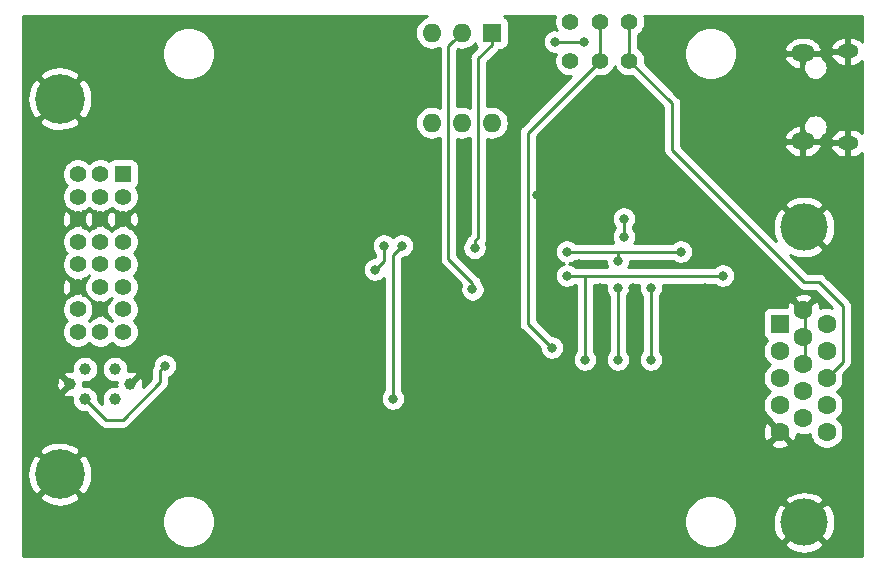
<source format=gbl>
G04 #@! TF.GenerationSoftware,KiCad,Pcbnew,(5.1.0)-1*
G04 #@! TF.CreationDate,2019-03-24T00:08:19-04:00*
G04 #@! TF.ProjectId,vga2dvi,76676132-6476-4692-9e6b-696361645f70,rev?*
G04 #@! TF.SameCoordinates,Original*
G04 #@! TF.FileFunction,Copper,L2,Bot*
G04 #@! TF.FilePolarity,Positive*
%FSLAX46Y46*%
G04 Gerber Fmt 4.6, Leading zero omitted, Abs format (unit mm)*
G04 Created by KiCad (PCBNEW (5.1.0)-1) date 2019-03-24 00:08:19*
%MOMM*%
%LPD*%
G04 APERTURE LIST*
%ADD10R,1.600000X1.600000*%
%ADD11C,1.600000*%
%ADD12C,4.000000*%
%ADD13C,1.408000*%
%ADD14O,2.000000X1.450000*%
%ADD15O,1.800000X1.150000*%
%ADD16O,1.600000X1.600000*%
%ADD17C,4.200000*%
%ADD18C,1.400000*%
%ADD19R,1.400000X1.400000*%
%ADD20C,1.000000*%
%ADD21C,0.800000*%
%ADD22C,0.250000*%
%ADD23C,0.254000*%
G04 APERTURE END LIST*
D10*
X156210000Y-106680000D03*
D11*
X156210000Y-108970000D03*
X156210000Y-111260000D03*
X156210000Y-113550000D03*
X156210000Y-115840000D03*
X158190000Y-105535000D03*
X158190000Y-107825000D03*
X158190000Y-110115000D03*
X158190000Y-112405000D03*
X158190000Y-114695000D03*
X160170000Y-106680000D03*
X160170000Y-108970000D03*
X160170000Y-111260000D03*
X160170000Y-113550000D03*
X160170000Y-115840000D03*
D12*
X158260000Y-123495000D03*
X158260000Y-98495000D03*
D13*
X143470000Y-81104000D03*
X140970000Y-81104000D03*
X138470000Y-81104000D03*
X138470000Y-84404000D03*
X140970000Y-84404000D03*
X143470000Y-84404000D03*
D14*
X158170000Y-91228000D03*
X158170000Y-83778000D03*
D15*
X161970000Y-91378000D03*
X161970000Y-83628000D03*
D10*
X131826000Y-82042000D03*
D16*
X126746000Y-89662000D03*
X129286000Y-82042000D03*
X129286000Y-89662000D03*
X126746000Y-82042000D03*
X131826000Y-89662000D03*
D17*
X95250000Y-87630000D03*
X95250000Y-119430000D03*
D18*
X96770000Y-94010000D03*
X96770000Y-95920000D03*
X96770000Y-97830000D03*
X96770000Y-99740000D03*
X96770000Y-101650000D03*
X96770000Y-103560000D03*
X96770000Y-105470000D03*
X96770000Y-107380000D03*
X98680000Y-94010000D03*
X98680000Y-95920000D03*
X98680000Y-97830000D03*
X98680000Y-99740000D03*
X98680000Y-101650000D03*
X98680000Y-103560000D03*
X98680000Y-105470000D03*
X98680000Y-107380000D03*
D19*
X100590000Y-94010000D03*
D18*
X100590000Y-95920000D03*
X100590000Y-97830000D03*
X100590000Y-99740000D03*
X100590000Y-101650000D03*
X100590000Y-103560000D03*
X100590000Y-105470000D03*
X100590000Y-107380000D03*
D20*
X97380000Y-110520000D03*
X97380000Y-113060000D03*
X96110000Y-111790000D03*
X99920000Y-110520000D03*
X99920000Y-113060000D03*
X101190000Y-111790000D03*
D21*
X151384000Y-102616000D03*
X138176000Y-102616000D03*
X139700000Y-109728000D03*
X143002000Y-99314000D03*
X143002000Y-97790000D03*
X147828000Y-100584000D03*
X138176000Y-100584000D03*
X142494000Y-109728000D03*
X142494000Y-103632000D03*
X142494000Y-101346000D03*
X145288000Y-109728000D03*
X145288000Y-103632000D03*
X136906000Y-108712000D03*
X139671158Y-82832842D03*
X137160000Y-82804000D03*
X129286000Y-86868000D03*
X132842000Y-86868000D03*
X149860000Y-103632000D03*
X143764000Y-103632000D03*
X140970000Y-103632000D03*
X139192000Y-101600000D03*
X140208000Y-99568000D03*
X138684000Y-97790000D03*
X135636000Y-95758000D03*
X145796000Y-92710000D03*
X132842000Y-107696000D03*
X124714000Y-107696000D03*
X133350000Y-103150000D03*
X148590000Y-91440000D03*
X122682000Y-100076000D03*
X121920000Y-102108000D03*
X124206000Y-100076000D03*
X123444004Y-113030000D03*
X104140000Y-110236000D03*
X130369653Y-100262347D03*
X130186653Y-103770653D03*
D22*
X139192000Y-102616000D02*
X138176000Y-102616000D01*
X139700000Y-109728000D02*
X139700000Y-102616000D01*
X151384000Y-102616000D02*
X139700000Y-102616000D01*
X139700000Y-102616000D02*
X139192000Y-102616000D01*
X143002000Y-99314000D02*
X143002000Y-97790000D01*
X142494000Y-109728000D02*
X142494000Y-103632000D01*
X142494000Y-101346000D02*
X142494000Y-100584000D01*
X147828000Y-100584000D02*
X142494000Y-100584000D01*
X142494000Y-100584000D02*
X138176000Y-100584000D01*
X145288000Y-109728000D02*
X145288000Y-103632000D01*
X140970000Y-81104000D02*
X140970000Y-84404000D01*
X134874000Y-106680000D02*
X136906000Y-108712000D01*
X140970000Y-84404000D02*
X134874000Y-90500000D01*
X134874000Y-90500000D02*
X134874000Y-106680000D01*
X137188842Y-82832842D02*
X137160000Y-82804000D01*
X139671158Y-82832842D02*
X137188842Y-82832842D01*
X132842000Y-107696000D02*
X124714000Y-107696000D01*
X158317000Y-105535000D02*
X158317000Y-107825000D01*
X158317000Y-107825000D02*
X158317000Y-110115000D01*
X143470000Y-84404000D02*
X143470000Y-81104000D01*
X161544000Y-109886000D02*
X160170000Y-111260000D01*
X147102999Y-88036999D02*
X147102999Y-91947997D01*
X143470000Y-84404000D02*
X147102999Y-88036999D01*
X158279002Y-103124000D02*
X159512000Y-103124000D01*
X147102999Y-91947997D02*
X158279002Y-103124000D01*
X159512000Y-103124000D02*
X161544000Y-105156000D01*
X161544000Y-105156000D02*
X161544000Y-109886000D01*
X122682000Y-100076000D02*
X122682000Y-101346000D01*
X122682000Y-101346000D02*
X121920000Y-102108000D01*
X123444004Y-100837996D02*
X123444004Y-112464315D01*
X124206000Y-100076000D02*
X123444004Y-100837996D01*
X123444004Y-112464315D02*
X123444004Y-113030000D01*
X103740001Y-110635999D02*
X103740001Y-111651999D01*
X104140000Y-110236000D02*
X103740001Y-110635999D01*
X103740001Y-111651999D02*
X100584000Y-114808000D01*
X99128000Y-114808000D02*
X97380000Y-113060000D01*
X100584000Y-114808000D02*
X99128000Y-114808000D01*
X131826000Y-83092000D02*
X131826000Y-82042000D01*
X130700999Y-84217001D02*
X131826000Y-83092000D01*
X130700999Y-99365316D02*
X130700999Y-84217001D01*
X130369653Y-99696662D02*
X130700999Y-99365316D01*
X130369653Y-100262347D02*
X130369653Y-99696662D01*
X128486001Y-82841999D02*
X129286000Y-82042000D01*
X128160999Y-83167001D02*
X128486001Y-82841999D01*
X128160999Y-101179314D02*
X128160999Y-83167001D01*
X130186653Y-103204968D02*
X128160999Y-101179314D01*
X130186653Y-103770653D02*
X130186653Y-103204968D01*
D23*
G36*
X126194192Y-80709818D02*
G01*
X125944899Y-80843068D01*
X125726392Y-81022392D01*
X125547068Y-81240899D01*
X125413818Y-81490192D01*
X125331764Y-81760691D01*
X125304057Y-82042000D01*
X125331764Y-82323309D01*
X125413818Y-82593808D01*
X125547068Y-82843101D01*
X125726392Y-83061608D01*
X125944899Y-83240932D01*
X126194192Y-83374182D01*
X126464691Y-83456236D01*
X126675508Y-83477000D01*
X126816492Y-83477000D01*
X127027309Y-83456236D01*
X127297808Y-83374182D01*
X127401000Y-83319025D01*
X127401000Y-88384975D01*
X127297808Y-88329818D01*
X127027309Y-88247764D01*
X126816492Y-88227000D01*
X126675508Y-88227000D01*
X126464691Y-88247764D01*
X126194192Y-88329818D01*
X125944899Y-88463068D01*
X125726392Y-88642392D01*
X125547068Y-88860899D01*
X125413818Y-89110192D01*
X125331764Y-89380691D01*
X125304057Y-89662000D01*
X125331764Y-89943309D01*
X125413818Y-90213808D01*
X125547068Y-90463101D01*
X125726392Y-90681608D01*
X125944899Y-90860932D01*
X126194192Y-90994182D01*
X126464691Y-91076236D01*
X126675508Y-91097000D01*
X126816492Y-91097000D01*
X127027309Y-91076236D01*
X127297808Y-90994182D01*
X127401000Y-90939025D01*
X127400999Y-101141992D01*
X127397323Y-101179314D01*
X127400999Y-101216636D01*
X127400999Y-101216646D01*
X127411996Y-101328299D01*
X127448288Y-101447939D01*
X127455453Y-101471560D01*
X127526025Y-101603590D01*
X127538672Y-101619000D01*
X127620998Y-101719315D01*
X127650002Y-101743118D01*
X129245381Y-103338498D01*
X129191427Y-103468755D01*
X129151653Y-103668714D01*
X129151653Y-103872592D01*
X129191427Y-104072551D01*
X129269448Y-104260909D01*
X129382716Y-104430427D01*
X129526879Y-104574590D01*
X129696397Y-104687858D01*
X129884755Y-104765879D01*
X130084714Y-104805653D01*
X130288592Y-104805653D01*
X130488551Y-104765879D01*
X130676909Y-104687858D01*
X130846427Y-104574590D01*
X130990590Y-104430427D01*
X131103858Y-104260909D01*
X131181879Y-104072551D01*
X131221653Y-103872592D01*
X131221653Y-103668714D01*
X131181879Y-103468755D01*
X131103858Y-103280397D01*
X130990590Y-103110879D01*
X130935640Y-103055929D01*
X130892199Y-102912721D01*
X130821627Y-102780692D01*
X130726654Y-102664967D01*
X130697656Y-102641169D01*
X128920999Y-100864513D01*
X128920999Y-91050849D01*
X129004691Y-91076236D01*
X129215508Y-91097000D01*
X129356492Y-91097000D01*
X129567309Y-91076236D01*
X129837808Y-90994182D01*
X129941000Y-90939025D01*
X129940999Y-99050515D01*
X129858651Y-99132863D01*
X129829653Y-99156661D01*
X129805855Y-99185659D01*
X129805854Y-99185660D01*
X129734679Y-99272386D01*
X129713332Y-99312324D01*
X129664107Y-99404415D01*
X129620666Y-99547623D01*
X129565716Y-99602573D01*
X129452448Y-99772091D01*
X129374427Y-99960449D01*
X129334653Y-100160408D01*
X129334653Y-100364286D01*
X129374427Y-100564245D01*
X129452448Y-100752603D01*
X129565716Y-100922121D01*
X129709879Y-101066284D01*
X129879397Y-101179552D01*
X130067755Y-101257573D01*
X130267714Y-101297347D01*
X130471592Y-101297347D01*
X130671551Y-101257573D01*
X130859909Y-101179552D01*
X131029427Y-101066284D01*
X131173590Y-100922121D01*
X131286858Y-100752603D01*
X131364879Y-100564245D01*
X131404653Y-100364286D01*
X131404653Y-100160408D01*
X131364879Y-99960449D01*
X131308150Y-99823494D01*
X131335973Y-99789592D01*
X131406545Y-99657563D01*
X131450002Y-99514302D01*
X131460999Y-99402649D01*
X131460999Y-99402639D01*
X131464675Y-99365317D01*
X131460999Y-99327994D01*
X131460999Y-91050849D01*
X131544691Y-91076236D01*
X131755508Y-91097000D01*
X131896492Y-91097000D01*
X132107309Y-91076236D01*
X132377808Y-90994182D01*
X132627101Y-90860932D01*
X132845608Y-90681608D01*
X133024932Y-90463101D01*
X133158182Y-90213808D01*
X133240236Y-89943309D01*
X133267943Y-89662000D01*
X133240236Y-89380691D01*
X133158182Y-89110192D01*
X133024932Y-88860899D01*
X132845608Y-88642392D01*
X132627101Y-88463068D01*
X132377808Y-88329818D01*
X132107309Y-88247764D01*
X131896492Y-88227000D01*
X131755508Y-88227000D01*
X131544691Y-88247764D01*
X131460999Y-88273151D01*
X131460999Y-84531802D01*
X132337004Y-83655798D01*
X132366001Y-83632001D01*
X132460974Y-83516276D01*
X132480326Y-83480072D01*
X132626000Y-83480072D01*
X132750482Y-83467812D01*
X132870180Y-83431502D01*
X132980494Y-83372537D01*
X133077185Y-83293185D01*
X133156537Y-83196494D01*
X133215502Y-83086180D01*
X133251812Y-82966482D01*
X133264072Y-82842000D01*
X133264072Y-81242000D01*
X133251812Y-81117518D01*
X133215502Y-80997820D01*
X133156537Y-80887506D01*
X133077185Y-80790815D01*
X132980494Y-80711463D01*
X132902923Y-80670000D01*
X137200445Y-80670000D01*
X137182457Y-80713428D01*
X137131000Y-80972120D01*
X137131000Y-81235880D01*
X137182457Y-81494572D01*
X137283393Y-81738254D01*
X137310374Y-81778634D01*
X137261939Y-81769000D01*
X137058061Y-81769000D01*
X136858102Y-81808774D01*
X136669744Y-81886795D01*
X136500226Y-82000063D01*
X136356063Y-82144226D01*
X136242795Y-82313744D01*
X136164774Y-82502102D01*
X136125000Y-82702061D01*
X136125000Y-82905939D01*
X136164774Y-83105898D01*
X136242795Y-83294256D01*
X136356063Y-83463774D01*
X136500226Y-83607937D01*
X136669744Y-83721205D01*
X136858102Y-83799226D01*
X137058061Y-83839000D01*
X137254707Y-83839000D01*
X137182457Y-84013428D01*
X137131000Y-84272120D01*
X137131000Y-84535880D01*
X137182457Y-84794572D01*
X137283393Y-85038254D01*
X137429931Y-85257563D01*
X137616437Y-85444069D01*
X137835746Y-85590607D01*
X138079428Y-85691543D01*
X138338120Y-85743000D01*
X138556198Y-85743000D01*
X134363003Y-89936196D01*
X134333999Y-89959999D01*
X134284656Y-90020124D01*
X134239026Y-90075724D01*
X134189703Y-90168000D01*
X134168454Y-90207754D01*
X134124997Y-90351015D01*
X134114000Y-90462668D01*
X134114000Y-90462678D01*
X134110324Y-90500000D01*
X134114000Y-90537322D01*
X134114001Y-106642667D01*
X134110324Y-106680000D01*
X134114001Y-106717333D01*
X134124245Y-106821335D01*
X134124998Y-106828985D01*
X134168454Y-106972246D01*
X134239026Y-107104276D01*
X134310201Y-107191002D01*
X134334000Y-107220001D01*
X134362998Y-107243799D01*
X135871000Y-108751802D01*
X135871000Y-108813939D01*
X135910774Y-109013898D01*
X135988795Y-109202256D01*
X136102063Y-109371774D01*
X136246226Y-109515937D01*
X136415744Y-109629205D01*
X136604102Y-109707226D01*
X136804061Y-109747000D01*
X137007939Y-109747000D01*
X137207898Y-109707226D01*
X137396256Y-109629205D01*
X137565774Y-109515937D01*
X137709937Y-109371774D01*
X137823205Y-109202256D01*
X137901226Y-109013898D01*
X137941000Y-108813939D01*
X137941000Y-108610061D01*
X137901226Y-108410102D01*
X137823205Y-108221744D01*
X137709937Y-108052226D01*
X137565774Y-107908063D01*
X137396256Y-107794795D01*
X137207898Y-107716774D01*
X137007939Y-107677000D01*
X136945802Y-107677000D01*
X135634000Y-106365199D01*
X135634000Y-100482061D01*
X137141000Y-100482061D01*
X137141000Y-100685939D01*
X137180774Y-100885898D01*
X137258795Y-101074256D01*
X137372063Y-101243774D01*
X137516226Y-101387937D01*
X137685744Y-101501205D01*
X137874102Y-101579226D01*
X137978541Y-101600000D01*
X137874102Y-101620774D01*
X137685744Y-101698795D01*
X137516226Y-101812063D01*
X137372063Y-101956226D01*
X137258795Y-102125744D01*
X137180774Y-102314102D01*
X137141000Y-102514061D01*
X137141000Y-102717939D01*
X137180774Y-102917898D01*
X137258795Y-103106256D01*
X137372063Y-103275774D01*
X137516226Y-103419937D01*
X137685744Y-103533205D01*
X137874102Y-103611226D01*
X138074061Y-103651000D01*
X138277939Y-103651000D01*
X138477898Y-103611226D01*
X138666256Y-103533205D01*
X138835774Y-103419937D01*
X138879711Y-103376000D01*
X138940001Y-103376000D01*
X138940000Y-109024289D01*
X138896063Y-109068226D01*
X138782795Y-109237744D01*
X138704774Y-109426102D01*
X138665000Y-109626061D01*
X138665000Y-109829939D01*
X138704774Y-110029898D01*
X138782795Y-110218256D01*
X138896063Y-110387774D01*
X139040226Y-110531937D01*
X139209744Y-110645205D01*
X139398102Y-110723226D01*
X139598061Y-110763000D01*
X139801939Y-110763000D01*
X140001898Y-110723226D01*
X140190256Y-110645205D01*
X140359774Y-110531937D01*
X140503937Y-110387774D01*
X140617205Y-110218256D01*
X140695226Y-110029898D01*
X140735000Y-109829939D01*
X140735000Y-109626061D01*
X140695226Y-109426102D01*
X140617205Y-109237744D01*
X140503937Y-109068226D01*
X140460000Y-109024289D01*
X140460000Y-103376000D01*
X141489644Y-103376000D01*
X141459000Y-103530061D01*
X141459000Y-103733939D01*
X141498774Y-103933898D01*
X141576795Y-104122256D01*
X141690063Y-104291774D01*
X141734001Y-104335712D01*
X141734000Y-109024289D01*
X141690063Y-109068226D01*
X141576795Y-109237744D01*
X141498774Y-109426102D01*
X141459000Y-109626061D01*
X141459000Y-109829939D01*
X141498774Y-110029898D01*
X141576795Y-110218256D01*
X141690063Y-110387774D01*
X141834226Y-110531937D01*
X142003744Y-110645205D01*
X142192102Y-110723226D01*
X142392061Y-110763000D01*
X142595939Y-110763000D01*
X142795898Y-110723226D01*
X142984256Y-110645205D01*
X143153774Y-110531937D01*
X143297937Y-110387774D01*
X143411205Y-110218256D01*
X143489226Y-110029898D01*
X143529000Y-109829939D01*
X143529000Y-109626061D01*
X143489226Y-109426102D01*
X143411205Y-109237744D01*
X143297937Y-109068226D01*
X143254000Y-109024289D01*
X143254000Y-104335711D01*
X143297937Y-104291774D01*
X143411205Y-104122256D01*
X143489226Y-103933898D01*
X143529000Y-103733939D01*
X143529000Y-103530061D01*
X143498356Y-103376000D01*
X144283644Y-103376000D01*
X144253000Y-103530061D01*
X144253000Y-103733939D01*
X144292774Y-103933898D01*
X144370795Y-104122256D01*
X144484063Y-104291774D01*
X144528001Y-104335712D01*
X144528000Y-109024289D01*
X144484063Y-109068226D01*
X144370795Y-109237744D01*
X144292774Y-109426102D01*
X144253000Y-109626061D01*
X144253000Y-109829939D01*
X144292774Y-110029898D01*
X144370795Y-110218256D01*
X144484063Y-110387774D01*
X144628226Y-110531937D01*
X144797744Y-110645205D01*
X144986102Y-110723226D01*
X145186061Y-110763000D01*
X145389939Y-110763000D01*
X145589898Y-110723226D01*
X145778256Y-110645205D01*
X145947774Y-110531937D01*
X146091937Y-110387774D01*
X146205205Y-110218256D01*
X146283226Y-110029898D01*
X146323000Y-109829939D01*
X146323000Y-109626061D01*
X146283226Y-109426102D01*
X146205205Y-109237744D01*
X146091937Y-109068226D01*
X146048000Y-109024289D01*
X146048000Y-104542298D01*
X157376903Y-104542298D01*
X158190000Y-105355395D01*
X159003097Y-104542298D01*
X158931514Y-104298329D01*
X158676004Y-104177429D01*
X158401816Y-104108700D01*
X158119488Y-104094783D01*
X157839870Y-104136213D01*
X157573708Y-104231397D01*
X157448486Y-104298329D01*
X157376903Y-104542298D01*
X146048000Y-104542298D01*
X146048000Y-104335711D01*
X146091937Y-104291774D01*
X146205205Y-104122256D01*
X146283226Y-103933898D01*
X146323000Y-103733939D01*
X146323000Y-103530061D01*
X146292356Y-103376000D01*
X150680289Y-103376000D01*
X150724226Y-103419937D01*
X150893744Y-103533205D01*
X151082102Y-103611226D01*
X151282061Y-103651000D01*
X151485939Y-103651000D01*
X151685898Y-103611226D01*
X151874256Y-103533205D01*
X152043774Y-103419937D01*
X152187937Y-103275774D01*
X152301205Y-103106256D01*
X152379226Y-102917898D01*
X152419000Y-102717939D01*
X152419000Y-102514061D01*
X152379226Y-102314102D01*
X152301205Y-102125744D01*
X152187937Y-101956226D01*
X152043774Y-101812063D01*
X151874256Y-101698795D01*
X151685898Y-101620774D01*
X151485939Y-101581000D01*
X151282061Y-101581000D01*
X151082102Y-101620774D01*
X150893744Y-101698795D01*
X150724226Y-101812063D01*
X150680289Y-101856000D01*
X143398013Y-101856000D01*
X143411205Y-101836256D01*
X143489226Y-101647898D01*
X143529000Y-101447939D01*
X143529000Y-101344000D01*
X147124289Y-101344000D01*
X147168226Y-101387937D01*
X147337744Y-101501205D01*
X147526102Y-101579226D01*
X147726061Y-101619000D01*
X147929939Y-101619000D01*
X148129898Y-101579226D01*
X148318256Y-101501205D01*
X148487774Y-101387937D01*
X148631937Y-101243774D01*
X148745205Y-101074256D01*
X148823226Y-100885898D01*
X148863000Y-100685939D01*
X148863000Y-100482061D01*
X148823226Y-100282102D01*
X148745205Y-100093744D01*
X148631937Y-99924226D01*
X148487774Y-99780063D01*
X148318256Y-99666795D01*
X148129898Y-99588774D01*
X147929939Y-99549000D01*
X147726061Y-99549000D01*
X147526102Y-99588774D01*
X147337744Y-99666795D01*
X147168226Y-99780063D01*
X147124289Y-99824000D01*
X143906013Y-99824000D01*
X143919205Y-99804256D01*
X143997226Y-99615898D01*
X144037000Y-99415939D01*
X144037000Y-99212061D01*
X143997226Y-99012102D01*
X143919205Y-98823744D01*
X143805937Y-98654226D01*
X143762000Y-98610289D01*
X143762000Y-98493711D01*
X143805937Y-98449774D01*
X143919205Y-98280256D01*
X143997226Y-98091898D01*
X144037000Y-97891939D01*
X144037000Y-97688061D01*
X143997226Y-97488102D01*
X143919205Y-97299744D01*
X143805937Y-97130226D01*
X143661774Y-96986063D01*
X143492256Y-96872795D01*
X143303898Y-96794774D01*
X143103939Y-96755000D01*
X142900061Y-96755000D01*
X142700102Y-96794774D01*
X142511744Y-96872795D01*
X142342226Y-96986063D01*
X142198063Y-97130226D01*
X142084795Y-97299744D01*
X142006774Y-97488102D01*
X141967000Y-97688061D01*
X141967000Y-97891939D01*
X142006774Y-98091898D01*
X142084795Y-98280256D01*
X142198063Y-98449774D01*
X142242001Y-98493712D01*
X142242000Y-98610289D01*
X142198063Y-98654226D01*
X142084795Y-98823744D01*
X142006774Y-99012102D01*
X141967000Y-99212061D01*
X141967000Y-99415939D01*
X142006774Y-99615898D01*
X142084795Y-99804256D01*
X142097987Y-99824000D01*
X138879711Y-99824000D01*
X138835774Y-99780063D01*
X138666256Y-99666795D01*
X138477898Y-99588774D01*
X138277939Y-99549000D01*
X138074061Y-99549000D01*
X137874102Y-99588774D01*
X137685744Y-99666795D01*
X137516226Y-99780063D01*
X137372063Y-99924226D01*
X137258795Y-100093744D01*
X137180774Y-100282102D01*
X137141000Y-100482061D01*
X135634000Y-100482061D01*
X135634000Y-90814801D01*
X140727755Y-85721047D01*
X140838120Y-85743000D01*
X141101880Y-85743000D01*
X141360572Y-85691543D01*
X141604254Y-85590607D01*
X141823563Y-85444069D01*
X142010069Y-85257563D01*
X142156607Y-85038254D01*
X142220000Y-84885209D01*
X142283393Y-85038254D01*
X142429931Y-85257563D01*
X142616437Y-85444069D01*
X142835746Y-85590607D01*
X143079428Y-85691543D01*
X143338120Y-85743000D01*
X143601880Y-85743000D01*
X143712246Y-85721047D01*
X146342999Y-88351802D01*
X146343000Y-91910665D01*
X146339323Y-91947997D01*
X146353997Y-92096982D01*
X146397453Y-92240243D01*
X146468025Y-92372273D01*
X146529594Y-92447294D01*
X146562999Y-92487998D01*
X146591997Y-92511796D01*
X157715202Y-103635002D01*
X157739001Y-103664001D01*
X157767999Y-103687799D01*
X157854725Y-103758974D01*
X157986755Y-103829546D01*
X158130016Y-103873003D01*
X158241669Y-103884000D01*
X158241679Y-103884000D01*
X158279001Y-103887676D01*
X158316324Y-103884000D01*
X159197199Y-103884000D01*
X160630861Y-105317663D01*
X160588574Y-105300147D01*
X160311335Y-105245000D01*
X160028665Y-105245000D01*
X159751426Y-105300147D01*
X159614284Y-105356953D01*
X159588787Y-105184870D01*
X159493603Y-104918708D01*
X159426671Y-104793486D01*
X159182702Y-104721903D01*
X158369605Y-105535000D01*
X158383748Y-105549143D01*
X158204143Y-105728748D01*
X158190000Y-105714605D01*
X158175858Y-105728748D01*
X157996253Y-105549143D01*
X158010395Y-105535000D01*
X157197298Y-104721903D01*
X156953329Y-104793486D01*
X156832429Y-105048996D01*
X156784068Y-105241928D01*
X155410000Y-105241928D01*
X155285518Y-105254188D01*
X155165820Y-105290498D01*
X155055506Y-105349463D01*
X154958815Y-105428815D01*
X154879463Y-105525506D01*
X154820498Y-105635820D01*
X154784188Y-105755518D01*
X154771928Y-105880000D01*
X154771928Y-107480000D01*
X154784188Y-107604482D01*
X154820498Y-107724180D01*
X154879463Y-107834494D01*
X154958815Y-107931185D01*
X155055506Y-108010537D01*
X155110612Y-108039992D01*
X155095363Y-108055241D01*
X154938320Y-108290273D01*
X154830147Y-108551426D01*
X154775000Y-108828665D01*
X154775000Y-109111335D01*
X154830147Y-109388574D01*
X154938320Y-109649727D01*
X155095363Y-109884759D01*
X155295241Y-110084637D01*
X155340683Y-110115000D01*
X155295241Y-110145363D01*
X155095363Y-110345241D01*
X154938320Y-110580273D01*
X154830147Y-110841426D01*
X154775000Y-111118665D01*
X154775000Y-111401335D01*
X154830147Y-111678574D01*
X154938320Y-111939727D01*
X155095363Y-112174759D01*
X155295241Y-112374637D01*
X155340683Y-112405000D01*
X155295241Y-112435363D01*
X155095363Y-112635241D01*
X154938320Y-112870273D01*
X154830147Y-113131426D01*
X154775000Y-113408665D01*
X154775000Y-113691335D01*
X154830147Y-113968574D01*
X154938320Y-114229727D01*
X155095363Y-114464759D01*
X155295241Y-114664637D01*
X155425049Y-114751372D01*
X155396903Y-114847298D01*
X156210000Y-115660395D01*
X156224143Y-115646253D01*
X156403748Y-115825858D01*
X156389605Y-115840000D01*
X157202702Y-116653097D01*
X157446671Y-116581514D01*
X157567571Y-116326004D01*
X157636300Y-116051816D01*
X157637807Y-116021252D01*
X157703996Y-116052571D01*
X157978184Y-116121300D01*
X158260512Y-116135217D01*
X158540130Y-116093787D01*
X158742941Y-116021258D01*
X158790147Y-116258574D01*
X158898320Y-116519727D01*
X159055363Y-116754759D01*
X159255241Y-116954637D01*
X159490273Y-117111680D01*
X159751426Y-117219853D01*
X160028665Y-117275000D01*
X160311335Y-117275000D01*
X160588574Y-117219853D01*
X160849727Y-117111680D01*
X161084759Y-116954637D01*
X161284637Y-116754759D01*
X161441680Y-116519727D01*
X161549853Y-116258574D01*
X161605000Y-115981335D01*
X161605000Y-115698665D01*
X161549853Y-115421426D01*
X161441680Y-115160273D01*
X161284637Y-114925241D01*
X161084759Y-114725363D01*
X161039317Y-114695000D01*
X161084759Y-114664637D01*
X161284637Y-114464759D01*
X161441680Y-114229727D01*
X161549853Y-113968574D01*
X161605000Y-113691335D01*
X161605000Y-113408665D01*
X161549853Y-113131426D01*
X161441680Y-112870273D01*
X161284637Y-112635241D01*
X161084759Y-112435363D01*
X161039317Y-112405000D01*
X161084759Y-112374637D01*
X161284637Y-112174759D01*
X161441680Y-111939727D01*
X161549853Y-111678574D01*
X161605000Y-111401335D01*
X161605000Y-111118665D01*
X161568688Y-110936114D01*
X162055008Y-110449795D01*
X162084001Y-110426001D01*
X162107795Y-110397008D01*
X162107799Y-110397004D01*
X162178973Y-110310277D01*
X162187350Y-110294605D01*
X162249546Y-110178247D01*
X162293003Y-110034986D01*
X162304000Y-109923333D01*
X162304000Y-109923324D01*
X162307676Y-109886001D01*
X162304000Y-109848678D01*
X162304000Y-105193323D01*
X162307676Y-105156000D01*
X162304000Y-105118677D01*
X162304000Y-105118667D01*
X162293003Y-105007014D01*
X162249546Y-104863753D01*
X162229331Y-104825934D01*
X162178974Y-104731723D01*
X162107799Y-104644997D01*
X162084001Y-104615999D01*
X162055004Y-104592202D01*
X160075804Y-102613003D01*
X160052001Y-102583999D01*
X159936276Y-102489026D01*
X159804247Y-102418454D01*
X159660986Y-102374997D01*
X159549333Y-102364000D01*
X159549322Y-102364000D01*
X159512000Y-102360324D01*
X159474678Y-102364000D01*
X158593804Y-102364000D01*
X157082718Y-100852915D01*
X157268105Y-100949938D01*
X157766098Y-101096275D01*
X158283071Y-101142648D01*
X158799159Y-101087273D01*
X159294526Y-100932279D01*
X159711772Y-100709258D01*
X159927894Y-100342499D01*
X158260000Y-98674605D01*
X158245858Y-98688748D01*
X158066253Y-98509143D01*
X158080395Y-98495000D01*
X158439605Y-98495000D01*
X160107499Y-100162894D01*
X160474258Y-99946772D01*
X160714938Y-99486895D01*
X160861275Y-98988902D01*
X160907648Y-98471929D01*
X160852273Y-97955841D01*
X160697279Y-97460474D01*
X160474258Y-97043228D01*
X160107499Y-96827106D01*
X158439605Y-98495000D01*
X158080395Y-98495000D01*
X156412501Y-96827106D01*
X156045742Y-97043228D01*
X155805062Y-97503105D01*
X155658725Y-98001098D01*
X155612352Y-98518071D01*
X155667727Y-99034159D01*
X155822721Y-99529526D01*
X155895511Y-99665707D01*
X152877305Y-96647501D01*
X156592106Y-96647501D01*
X158260000Y-98315395D01*
X159927894Y-96647501D01*
X159711772Y-96280742D01*
X159251895Y-96040062D01*
X158753902Y-95893725D01*
X158236929Y-95847352D01*
X157720841Y-95902727D01*
X157225474Y-96057721D01*
X156808228Y-96280742D01*
X156592106Y-96647501D01*
X152877305Y-96647501D01*
X147862999Y-91633196D01*
X147862999Y-91565258D01*
X156577481Y-91565258D01*
X156589922Y-91631117D01*
X156693643Y-91877979D01*
X156843531Y-92099863D01*
X157033827Y-92288242D01*
X157257217Y-92435876D01*
X157505117Y-92537092D01*
X157768000Y-92588000D01*
X158043000Y-92588000D01*
X158043000Y-91355000D01*
X158297000Y-91355000D01*
X158297000Y-92588000D01*
X158572000Y-92588000D01*
X158834883Y-92537092D01*
X159082783Y-92435876D01*
X159306173Y-92288242D01*
X159496469Y-92099863D01*
X159646357Y-91877979D01*
X159724633Y-91691677D01*
X160476365Y-91691677D01*
X160478504Y-91723715D01*
X160568364Y-91944644D01*
X160699598Y-92143797D01*
X160867163Y-92313521D01*
X161064620Y-92447294D01*
X161284381Y-92539974D01*
X161518000Y-92588000D01*
X161843000Y-92588000D01*
X161843000Y-91505000D01*
X160601450Y-91505000D01*
X160476365Y-91691677D01*
X159724633Y-91691677D01*
X159750078Y-91631117D01*
X159762519Y-91565258D01*
X159639518Y-91355000D01*
X158297000Y-91355000D01*
X158043000Y-91355000D01*
X156700482Y-91355000D01*
X156577481Y-91565258D01*
X147862999Y-91565258D01*
X147862999Y-90890742D01*
X156577481Y-90890742D01*
X156700482Y-91101000D01*
X158043000Y-91101000D01*
X158043000Y-90003000D01*
X158179993Y-90003000D01*
X158199976Y-90205895D01*
X158259159Y-90400993D01*
X158297000Y-90471789D01*
X158297000Y-91101000D01*
X159639518Y-91101000D01*
X159660974Y-91064323D01*
X160476365Y-91064323D01*
X160601450Y-91251000D01*
X161843000Y-91251000D01*
X161843000Y-90168000D01*
X161518000Y-90168000D01*
X161284381Y-90216026D01*
X161064620Y-90308706D01*
X160867163Y-90442479D01*
X160699598Y-90612203D01*
X160568364Y-90811356D01*
X160478504Y-91032285D01*
X160476365Y-91064323D01*
X159660974Y-91064323D01*
X159762519Y-90890742D01*
X159761807Y-90886971D01*
X159797797Y-90867734D01*
X159955396Y-90738396D01*
X160084734Y-90580797D01*
X160180841Y-90400993D01*
X160240024Y-90205895D01*
X160260007Y-90003000D01*
X160240024Y-89800105D01*
X160180841Y-89605007D01*
X160084734Y-89425203D01*
X159955396Y-89267604D01*
X159797797Y-89138266D01*
X159617993Y-89042159D01*
X159422895Y-88982976D01*
X159270838Y-88968000D01*
X159169162Y-88968000D01*
X159017105Y-88982976D01*
X158822007Y-89042159D01*
X158642203Y-89138266D01*
X158484604Y-89267604D01*
X158355266Y-89425203D01*
X158259159Y-89605007D01*
X158199976Y-89800105D01*
X158179993Y-90003000D01*
X158043000Y-90003000D01*
X158043000Y-89868000D01*
X157768000Y-89868000D01*
X157505117Y-89918908D01*
X157257217Y-90020124D01*
X157033827Y-90167758D01*
X156843531Y-90356137D01*
X156693643Y-90578021D01*
X156589922Y-90824883D01*
X156577481Y-90890742D01*
X147862999Y-90890742D01*
X147862999Y-88074321D01*
X147866675Y-88036998D01*
X147862999Y-87999675D01*
X147862999Y-87999666D01*
X147852002Y-87888013D01*
X147808545Y-87744752D01*
X147737973Y-87612723D01*
X147724810Y-87596684D01*
X147666798Y-87525995D01*
X147666794Y-87525991D01*
X147643000Y-87496998D01*
X147614008Y-87473205D01*
X144787047Y-84646246D01*
X144809000Y-84535880D01*
X144809000Y-84272120D01*
X144757543Y-84013428D01*
X144656607Y-83769746D01*
X144543101Y-83599872D01*
X148133000Y-83599872D01*
X148133000Y-84040128D01*
X148218890Y-84471925D01*
X148387369Y-84878669D01*
X148631962Y-85244729D01*
X148943271Y-85556038D01*
X149309331Y-85800631D01*
X149716075Y-85969110D01*
X150147872Y-86055000D01*
X150588128Y-86055000D01*
X151019925Y-85969110D01*
X151426669Y-85800631D01*
X151792729Y-85556038D01*
X152104038Y-85244729D01*
X152348631Y-84878669D01*
X152517110Y-84471925D01*
X152588055Y-84115258D01*
X156577481Y-84115258D01*
X156589922Y-84181117D01*
X156693643Y-84427979D01*
X156843531Y-84649863D01*
X157033827Y-84838242D01*
X157257217Y-84985876D01*
X157505117Y-85087092D01*
X157768000Y-85138000D01*
X158043000Y-85138000D01*
X158043000Y-85003000D01*
X158179993Y-85003000D01*
X158199976Y-85205895D01*
X158259159Y-85400993D01*
X158355266Y-85580797D01*
X158484604Y-85738396D01*
X158642203Y-85867734D01*
X158822007Y-85963841D01*
X159017105Y-86023024D01*
X159169162Y-86038000D01*
X159270838Y-86038000D01*
X159422895Y-86023024D01*
X159617993Y-85963841D01*
X159797797Y-85867734D01*
X159955396Y-85738396D01*
X160084734Y-85580797D01*
X160180841Y-85400993D01*
X160240024Y-85205895D01*
X160260007Y-85003000D01*
X160240024Y-84800105D01*
X160180841Y-84605007D01*
X160084734Y-84425203D01*
X159955396Y-84267604D01*
X159797797Y-84138266D01*
X159761807Y-84119029D01*
X159762519Y-84115258D01*
X159660975Y-83941677D01*
X160476365Y-83941677D01*
X160478504Y-83973715D01*
X160568364Y-84194644D01*
X160699598Y-84393797D01*
X160867163Y-84563521D01*
X161064620Y-84697294D01*
X161284381Y-84789974D01*
X161518000Y-84838000D01*
X161843000Y-84838000D01*
X161843000Y-83755000D01*
X160601450Y-83755000D01*
X160476365Y-83941677D01*
X159660975Y-83941677D01*
X159639518Y-83905000D01*
X158297000Y-83905000D01*
X158297000Y-84534211D01*
X158259159Y-84605007D01*
X158199976Y-84800105D01*
X158179993Y-85003000D01*
X158043000Y-85003000D01*
X158043000Y-83905000D01*
X156700482Y-83905000D01*
X156577481Y-84115258D01*
X152588055Y-84115258D01*
X152603000Y-84040128D01*
X152603000Y-83599872D01*
X152571347Y-83440742D01*
X156577481Y-83440742D01*
X156700482Y-83651000D01*
X158043000Y-83651000D01*
X158043000Y-83631000D01*
X158297000Y-83631000D01*
X158297000Y-83651000D01*
X159639518Y-83651000D01*
X159762519Y-83440742D01*
X159750078Y-83374883D01*
X159724634Y-83314323D01*
X160476365Y-83314323D01*
X160601450Y-83501000D01*
X161843000Y-83501000D01*
X161843000Y-82418000D01*
X161518000Y-82418000D01*
X161284381Y-82466026D01*
X161064620Y-82558706D01*
X160867163Y-82692479D01*
X160699598Y-82862203D01*
X160568364Y-83061356D01*
X160478504Y-83282285D01*
X160476365Y-83314323D01*
X159724634Y-83314323D01*
X159646357Y-83128021D01*
X159496469Y-82906137D01*
X159306173Y-82717758D01*
X159082783Y-82570124D01*
X158834883Y-82468908D01*
X158572000Y-82418000D01*
X157768000Y-82418000D01*
X157505117Y-82468908D01*
X157257217Y-82570124D01*
X157033827Y-82717758D01*
X156843531Y-82906137D01*
X156693643Y-83128021D01*
X156589922Y-83374883D01*
X156577481Y-83440742D01*
X152571347Y-83440742D01*
X152517110Y-83168075D01*
X152348631Y-82761331D01*
X152104038Y-82395271D01*
X151792729Y-82083962D01*
X151426669Y-81839369D01*
X151019925Y-81670890D01*
X150588128Y-81585000D01*
X150147872Y-81585000D01*
X149716075Y-81670890D01*
X149309331Y-81839369D01*
X148943271Y-82083962D01*
X148631962Y-82395271D01*
X148387369Y-82761331D01*
X148218890Y-83168075D01*
X148133000Y-83599872D01*
X144543101Y-83599872D01*
X144510069Y-83550437D01*
X144323563Y-83363931D01*
X144230000Y-83301414D01*
X144230000Y-82206586D01*
X144323563Y-82144069D01*
X144510069Y-81957563D01*
X144656607Y-81738254D01*
X144757543Y-81494572D01*
X144809000Y-81235880D01*
X144809000Y-80972120D01*
X144757543Y-80713428D01*
X144739555Y-80670000D01*
X163170000Y-80670000D01*
X163170000Y-82790894D01*
X163072837Y-82692479D01*
X162875380Y-82558706D01*
X162655619Y-82466026D01*
X162422000Y-82418000D01*
X162097000Y-82418000D01*
X162097000Y-83501000D01*
X162117000Y-83501000D01*
X162117000Y-83755000D01*
X162097000Y-83755000D01*
X162097000Y-84838000D01*
X162422000Y-84838000D01*
X162655619Y-84789974D01*
X162875380Y-84697294D01*
X163072837Y-84563521D01*
X163170000Y-84465106D01*
X163170000Y-90540894D01*
X163072837Y-90442479D01*
X162875380Y-90308706D01*
X162655619Y-90216026D01*
X162422000Y-90168000D01*
X162097000Y-90168000D01*
X162097000Y-91251000D01*
X162117000Y-91251000D01*
X162117000Y-91505000D01*
X162097000Y-91505000D01*
X162097000Y-92588000D01*
X162422000Y-92588000D01*
X162655619Y-92539974D01*
X162875380Y-92447294D01*
X163072837Y-92313521D01*
X163170000Y-92215106D01*
X163170001Y-126340000D01*
X92100000Y-126340000D01*
X92100000Y-123223872D01*
X103937000Y-123223872D01*
X103937000Y-123664128D01*
X104022890Y-124095925D01*
X104191369Y-124502669D01*
X104435962Y-124868729D01*
X104747271Y-125180038D01*
X105113331Y-125424631D01*
X105520075Y-125593110D01*
X105951872Y-125679000D01*
X106392128Y-125679000D01*
X106823925Y-125593110D01*
X107230669Y-125424631D01*
X107596729Y-125180038D01*
X107908038Y-124868729D01*
X108152631Y-124502669D01*
X108321110Y-124095925D01*
X108407000Y-123664128D01*
X108407000Y-123223872D01*
X148133000Y-123223872D01*
X148133000Y-123664128D01*
X148218890Y-124095925D01*
X148387369Y-124502669D01*
X148631962Y-124868729D01*
X148943271Y-125180038D01*
X149309331Y-125424631D01*
X149716075Y-125593110D01*
X150147872Y-125679000D01*
X150588128Y-125679000D01*
X151019925Y-125593110D01*
X151426669Y-125424631D01*
X151549588Y-125342499D01*
X156592106Y-125342499D01*
X156808228Y-125709258D01*
X157268105Y-125949938D01*
X157766098Y-126096275D01*
X158283071Y-126142648D01*
X158799159Y-126087273D01*
X159294526Y-125932279D01*
X159711772Y-125709258D01*
X159927894Y-125342499D01*
X158260000Y-123674605D01*
X156592106Y-125342499D01*
X151549588Y-125342499D01*
X151792729Y-125180038D01*
X152104038Y-124868729D01*
X152348631Y-124502669D01*
X152517110Y-124095925D01*
X152603000Y-123664128D01*
X152603000Y-123518071D01*
X155612352Y-123518071D01*
X155667727Y-124034159D01*
X155822721Y-124529526D01*
X156045742Y-124946772D01*
X156412501Y-125162894D01*
X158080395Y-123495000D01*
X158439605Y-123495000D01*
X160107499Y-125162894D01*
X160474258Y-124946772D01*
X160714938Y-124486895D01*
X160861275Y-123988902D01*
X160907648Y-123471929D01*
X160852273Y-122955841D01*
X160697279Y-122460474D01*
X160474258Y-122043228D01*
X160107499Y-121827106D01*
X158439605Y-123495000D01*
X158080395Y-123495000D01*
X156412501Y-121827106D01*
X156045742Y-122043228D01*
X155805062Y-122503105D01*
X155658725Y-123001098D01*
X155612352Y-123518071D01*
X152603000Y-123518071D01*
X152603000Y-123223872D01*
X152517110Y-122792075D01*
X152348631Y-122385331D01*
X152104038Y-122019271D01*
X151792729Y-121707962D01*
X151702243Y-121647501D01*
X156592106Y-121647501D01*
X158260000Y-123315395D01*
X159927894Y-121647501D01*
X159711772Y-121280742D01*
X159251895Y-121040062D01*
X158753902Y-120893725D01*
X158236929Y-120847352D01*
X157720841Y-120902727D01*
X157225474Y-121057721D01*
X156808228Y-121280742D01*
X156592106Y-121647501D01*
X151702243Y-121647501D01*
X151426669Y-121463369D01*
X151019925Y-121294890D01*
X150588128Y-121209000D01*
X150147872Y-121209000D01*
X149716075Y-121294890D01*
X149309331Y-121463369D01*
X148943271Y-121707962D01*
X148631962Y-122019271D01*
X148387369Y-122385331D01*
X148218890Y-122792075D01*
X148133000Y-123223872D01*
X108407000Y-123223872D01*
X108321110Y-122792075D01*
X108152631Y-122385331D01*
X107908038Y-122019271D01*
X107596729Y-121707962D01*
X107230669Y-121463369D01*
X106823925Y-121294890D01*
X106392128Y-121209000D01*
X105951872Y-121209000D01*
X105520075Y-121294890D01*
X105113331Y-121463369D01*
X104747271Y-121707962D01*
X104435962Y-122019271D01*
X104191369Y-122385331D01*
X104022890Y-122792075D01*
X103937000Y-123223872D01*
X92100000Y-123223872D01*
X92100000Y-121348640D01*
X93510965Y-121348640D01*
X93739099Y-121725641D01*
X94215989Y-121976292D01*
X94732614Y-122129092D01*
X95269122Y-122178167D01*
X95804896Y-122121631D01*
X96319345Y-121961657D01*
X96760901Y-121725641D01*
X96989035Y-121348640D01*
X95250000Y-119609605D01*
X93510965Y-121348640D01*
X92100000Y-121348640D01*
X92100000Y-119449122D01*
X92501833Y-119449122D01*
X92558369Y-119984896D01*
X92718343Y-120499345D01*
X92954359Y-120940901D01*
X93331360Y-121169035D01*
X95070395Y-119430000D01*
X95429605Y-119430000D01*
X97168640Y-121169035D01*
X97545641Y-120940901D01*
X97796292Y-120464011D01*
X97949092Y-119947386D01*
X97998167Y-119410878D01*
X97941631Y-118875104D01*
X97781657Y-118360655D01*
X97545641Y-117919099D01*
X97168640Y-117690965D01*
X95429605Y-119430000D01*
X95070395Y-119430000D01*
X93331360Y-117690965D01*
X92954359Y-117919099D01*
X92703708Y-118395989D01*
X92550908Y-118912614D01*
X92501833Y-119449122D01*
X92100000Y-119449122D01*
X92100000Y-117511360D01*
X93510965Y-117511360D01*
X95250000Y-119250395D01*
X96989035Y-117511360D01*
X96760901Y-117134359D01*
X96284011Y-116883708D01*
X96111557Y-116832702D01*
X155396903Y-116832702D01*
X155468486Y-117076671D01*
X155723996Y-117197571D01*
X155998184Y-117266300D01*
X156280512Y-117280217D01*
X156560130Y-117238787D01*
X156826292Y-117143603D01*
X156951514Y-117076671D01*
X157023097Y-116832702D01*
X156210000Y-116019605D01*
X155396903Y-116832702D01*
X96111557Y-116832702D01*
X95767386Y-116730908D01*
X95230878Y-116681833D01*
X94695104Y-116738369D01*
X94180655Y-116898343D01*
X93739099Y-117134359D01*
X93510965Y-117511360D01*
X92100000Y-117511360D01*
X92100000Y-115910512D01*
X154769783Y-115910512D01*
X154811213Y-116190130D01*
X154906397Y-116456292D01*
X154973329Y-116581514D01*
X155217298Y-116653097D01*
X156030395Y-115840000D01*
X155217298Y-115026903D01*
X154973329Y-115098486D01*
X154852429Y-115353996D01*
X154783700Y-115628184D01*
X154769783Y-115910512D01*
X92100000Y-115910512D01*
X92100000Y-111872406D01*
X94972489Y-111872406D01*
X95010423Y-112092740D01*
X95090613Y-112301440D01*
X95118412Y-112353450D01*
X95331834Y-112388561D01*
X95930395Y-111790000D01*
X95331834Y-111191439D01*
X95118412Y-111226550D01*
X95027542Y-111430826D01*
X94978269Y-111648905D01*
X94972489Y-111872406D01*
X92100000Y-111872406D01*
X92100000Y-111011834D01*
X95511439Y-111011834D01*
X96110000Y-111610395D01*
X96124143Y-111596253D01*
X96303748Y-111775858D01*
X96289605Y-111790000D01*
X96303748Y-111804143D01*
X96124143Y-111983748D01*
X96110000Y-111969605D01*
X95511439Y-112568166D01*
X95546550Y-112781588D01*
X95750826Y-112872458D01*
X95968905Y-112921731D01*
X96192406Y-112927511D01*
X96251129Y-112917401D01*
X96245000Y-112948212D01*
X96245000Y-113171788D01*
X96288617Y-113391067D01*
X96374176Y-113597624D01*
X96498388Y-113783520D01*
X96656480Y-113941612D01*
X96842376Y-114065824D01*
X97048933Y-114151383D01*
X97268212Y-114195000D01*
X97440199Y-114195000D01*
X98564201Y-115319003D01*
X98587999Y-115348001D01*
X98703724Y-115442974D01*
X98835753Y-115513546D01*
X98979014Y-115557003D01*
X99090667Y-115568000D01*
X99090676Y-115568000D01*
X99127999Y-115571676D01*
X99165322Y-115568000D01*
X100546678Y-115568000D01*
X100584000Y-115571676D01*
X100621322Y-115568000D01*
X100621333Y-115568000D01*
X100732986Y-115557003D01*
X100876247Y-115513546D01*
X101008276Y-115442974D01*
X101124001Y-115348001D01*
X101147804Y-115318997D01*
X104251009Y-112215794D01*
X104280002Y-112192000D01*
X104303796Y-112163007D01*
X104303800Y-112163003D01*
X104374974Y-112076276D01*
X104394343Y-112040040D01*
X104445547Y-111944246D01*
X104489004Y-111800985D01*
X104500001Y-111689332D01*
X104500001Y-111689323D01*
X104503677Y-111652000D01*
X104500001Y-111614677D01*
X104500001Y-111207159D01*
X104630256Y-111153205D01*
X104799774Y-111039937D01*
X104943937Y-110895774D01*
X105057205Y-110726256D01*
X105135226Y-110537898D01*
X105175000Y-110337939D01*
X105175000Y-110134061D01*
X105135226Y-109934102D01*
X105057205Y-109745744D01*
X104943937Y-109576226D01*
X104799774Y-109432063D01*
X104630256Y-109318795D01*
X104441898Y-109240774D01*
X104241939Y-109201000D01*
X104038061Y-109201000D01*
X103838102Y-109240774D01*
X103649744Y-109318795D01*
X103480226Y-109432063D01*
X103336063Y-109576226D01*
X103222795Y-109745744D01*
X103144774Y-109934102D01*
X103105000Y-110134061D01*
X103105000Y-110211774D01*
X103043508Y-110326816D01*
X103034455Y-110343753D01*
X102990998Y-110487014D01*
X102980001Y-110598667D01*
X102980001Y-110598677D01*
X102976325Y-110635999D01*
X102980001Y-110673322D01*
X102980002Y-111337195D01*
X102302941Y-112014256D01*
X102321731Y-111931095D01*
X102327511Y-111707594D01*
X102289577Y-111487260D01*
X102209387Y-111278560D01*
X102181588Y-111226550D01*
X101968166Y-111191439D01*
X101369605Y-111790000D01*
X101383748Y-111804143D01*
X101204143Y-111983748D01*
X101190000Y-111969605D01*
X101175858Y-111983748D01*
X100996253Y-111804143D01*
X101010395Y-111790000D01*
X100996253Y-111775858D01*
X101175858Y-111596253D01*
X101190000Y-111610395D01*
X101788561Y-111011834D01*
X101753450Y-110798412D01*
X101549174Y-110707542D01*
X101331095Y-110658269D01*
X101107594Y-110652489D01*
X101048871Y-110662599D01*
X101055000Y-110631788D01*
X101055000Y-110408212D01*
X101011383Y-110188933D01*
X100925824Y-109982376D01*
X100801612Y-109796480D01*
X100643520Y-109638388D01*
X100457624Y-109514176D01*
X100251067Y-109428617D01*
X100031788Y-109385000D01*
X99808212Y-109385000D01*
X99588933Y-109428617D01*
X99382376Y-109514176D01*
X99196480Y-109638388D01*
X99038388Y-109796480D01*
X98914176Y-109982376D01*
X98828617Y-110188933D01*
X98785000Y-110408212D01*
X98785000Y-110631788D01*
X98828617Y-110851067D01*
X98914176Y-111057624D01*
X99038388Y-111243520D01*
X99196480Y-111401612D01*
X99382376Y-111525824D01*
X99588933Y-111611383D01*
X99808212Y-111655000D01*
X100031788Y-111655000D01*
X100058247Y-111649737D01*
X100052489Y-111872406D01*
X100062599Y-111931129D01*
X100031788Y-111925000D01*
X99808212Y-111925000D01*
X99588933Y-111968617D01*
X99382376Y-112054176D01*
X99196480Y-112178388D01*
X99038388Y-112336480D01*
X98914176Y-112522376D01*
X98828617Y-112728933D01*
X98785000Y-112948212D01*
X98785000Y-113171788D01*
X98828617Y-113391067D01*
X98858845Y-113464043D01*
X98515000Y-113120199D01*
X98515000Y-112948212D01*
X98471383Y-112728933D01*
X98385824Y-112522376D01*
X98261612Y-112336480D01*
X98103520Y-112178388D01*
X97917624Y-112054176D01*
X97711067Y-111968617D01*
X97491788Y-111925000D01*
X97268212Y-111925000D01*
X97241753Y-111930263D01*
X97247511Y-111707594D01*
X97237401Y-111648871D01*
X97268212Y-111655000D01*
X97491788Y-111655000D01*
X97711067Y-111611383D01*
X97917624Y-111525824D01*
X98103520Y-111401612D01*
X98261612Y-111243520D01*
X98385824Y-111057624D01*
X98471383Y-110851067D01*
X98515000Y-110631788D01*
X98515000Y-110408212D01*
X98471383Y-110188933D01*
X98385824Y-109982376D01*
X98261612Y-109796480D01*
X98103520Y-109638388D01*
X97917624Y-109514176D01*
X97711067Y-109428617D01*
X97491788Y-109385000D01*
X97268212Y-109385000D01*
X97048933Y-109428617D01*
X96842376Y-109514176D01*
X96656480Y-109638388D01*
X96498388Y-109796480D01*
X96374176Y-109982376D01*
X96288617Y-110188933D01*
X96245000Y-110408212D01*
X96245000Y-110631788D01*
X96250263Y-110658247D01*
X96027594Y-110652489D01*
X95807260Y-110690423D01*
X95598560Y-110770613D01*
X95546550Y-110798412D01*
X95511439Y-111011834D01*
X92100000Y-111011834D01*
X92100000Y-103634473D01*
X95430610Y-103634473D01*
X95470875Y-103894344D01*
X95561065Y-104141366D01*
X95614963Y-104242203D01*
X95848731Y-104301664D01*
X96590395Y-103560000D01*
X95848731Y-102818336D01*
X95614963Y-102877797D01*
X95504066Y-103116242D01*
X95441817Y-103371740D01*
X95430610Y-103634473D01*
X92100000Y-103634473D01*
X92100000Y-99608514D01*
X95435000Y-99608514D01*
X95435000Y-99871486D01*
X95486304Y-100129405D01*
X95586939Y-100372359D01*
X95733038Y-100591013D01*
X95837025Y-100695000D01*
X95733038Y-100798987D01*
X95586939Y-101017641D01*
X95486304Y-101260595D01*
X95435000Y-101518514D01*
X95435000Y-101781486D01*
X95486304Y-102039405D01*
X95586939Y-102282359D01*
X95733038Y-102501013D01*
X95918987Y-102686962D01*
X96137641Y-102833061D01*
X96282788Y-102893183D01*
X96770000Y-103380395D01*
X97257212Y-102893183D01*
X97402359Y-102833061D01*
X97621013Y-102686962D01*
X97725000Y-102582975D01*
X97747025Y-102605000D01*
X97643038Y-102708987D01*
X97496939Y-102927641D01*
X97436817Y-103072788D01*
X96949605Y-103560000D01*
X97436817Y-104047212D01*
X97496939Y-104192359D01*
X97643038Y-104411013D01*
X97828987Y-104596962D01*
X98047641Y-104743061D01*
X98192788Y-104803183D01*
X98680000Y-105290395D01*
X99167212Y-104803183D01*
X99312359Y-104743061D01*
X99531013Y-104596962D01*
X99635000Y-104492975D01*
X99657025Y-104515000D01*
X99553038Y-104618987D01*
X99406939Y-104837641D01*
X99346817Y-104982788D01*
X98859605Y-105470000D01*
X99346817Y-105957212D01*
X99406939Y-106102359D01*
X99553038Y-106321013D01*
X99657025Y-106425000D01*
X99635000Y-106447025D01*
X99531013Y-106343038D01*
X99312359Y-106196939D01*
X99167212Y-106136817D01*
X98680000Y-105649605D01*
X98192788Y-106136817D01*
X98047641Y-106196939D01*
X97828987Y-106343038D01*
X97725000Y-106447025D01*
X97702975Y-106425000D01*
X97806962Y-106321013D01*
X97953061Y-106102359D01*
X98013183Y-105957212D01*
X98500395Y-105470000D01*
X98013183Y-104982788D01*
X97953061Y-104837641D01*
X97806962Y-104618987D01*
X97621013Y-104433038D01*
X97402359Y-104286939D01*
X97257212Y-104226817D01*
X96770000Y-103739605D01*
X96282788Y-104226817D01*
X96137641Y-104286939D01*
X95918987Y-104433038D01*
X95733038Y-104618987D01*
X95586939Y-104837641D01*
X95486304Y-105080595D01*
X95435000Y-105338514D01*
X95435000Y-105601486D01*
X95486304Y-105859405D01*
X95586939Y-106102359D01*
X95733038Y-106321013D01*
X95837025Y-106425000D01*
X95733038Y-106528987D01*
X95586939Y-106747641D01*
X95486304Y-106990595D01*
X95435000Y-107248514D01*
X95435000Y-107511486D01*
X95486304Y-107769405D01*
X95586939Y-108012359D01*
X95733038Y-108231013D01*
X95918987Y-108416962D01*
X96137641Y-108563061D01*
X96380595Y-108663696D01*
X96638514Y-108715000D01*
X96901486Y-108715000D01*
X97159405Y-108663696D01*
X97402359Y-108563061D01*
X97621013Y-108416962D01*
X97725000Y-108312975D01*
X97828987Y-108416962D01*
X98047641Y-108563061D01*
X98290595Y-108663696D01*
X98548514Y-108715000D01*
X98811486Y-108715000D01*
X99069405Y-108663696D01*
X99312359Y-108563061D01*
X99531013Y-108416962D01*
X99635000Y-108312975D01*
X99738987Y-108416962D01*
X99957641Y-108563061D01*
X100200595Y-108663696D01*
X100458514Y-108715000D01*
X100721486Y-108715000D01*
X100979405Y-108663696D01*
X101222359Y-108563061D01*
X101441013Y-108416962D01*
X101626962Y-108231013D01*
X101773061Y-108012359D01*
X101873696Y-107769405D01*
X101925000Y-107511486D01*
X101925000Y-107248514D01*
X101873696Y-106990595D01*
X101773061Y-106747641D01*
X101626962Y-106528987D01*
X101522975Y-106425000D01*
X101626962Y-106321013D01*
X101773061Y-106102359D01*
X101873696Y-105859405D01*
X101925000Y-105601486D01*
X101925000Y-105338514D01*
X101873696Y-105080595D01*
X101773061Y-104837641D01*
X101626962Y-104618987D01*
X101522975Y-104515000D01*
X101626962Y-104411013D01*
X101773061Y-104192359D01*
X101873696Y-103949405D01*
X101925000Y-103691486D01*
X101925000Y-103428514D01*
X101873696Y-103170595D01*
X101773061Y-102927641D01*
X101626962Y-102708987D01*
X101522975Y-102605000D01*
X101626962Y-102501013D01*
X101773061Y-102282359D01*
X101873696Y-102039405D01*
X101880328Y-102006061D01*
X120885000Y-102006061D01*
X120885000Y-102209939D01*
X120924774Y-102409898D01*
X121002795Y-102598256D01*
X121116063Y-102767774D01*
X121260226Y-102911937D01*
X121429744Y-103025205D01*
X121618102Y-103103226D01*
X121818061Y-103143000D01*
X122021939Y-103143000D01*
X122221898Y-103103226D01*
X122410256Y-103025205D01*
X122579774Y-102911937D01*
X122684004Y-102807707D01*
X122684005Y-112326288D01*
X122640067Y-112370226D01*
X122526799Y-112539744D01*
X122448778Y-112728102D01*
X122409004Y-112928061D01*
X122409004Y-113131939D01*
X122448778Y-113331898D01*
X122526799Y-113520256D01*
X122640067Y-113689774D01*
X122784230Y-113833937D01*
X122953748Y-113947205D01*
X123142106Y-114025226D01*
X123342065Y-114065000D01*
X123545943Y-114065000D01*
X123745902Y-114025226D01*
X123934260Y-113947205D01*
X124103778Y-113833937D01*
X124247941Y-113689774D01*
X124361209Y-113520256D01*
X124439230Y-113331898D01*
X124479004Y-113131939D01*
X124479004Y-112928061D01*
X124439230Y-112728102D01*
X124361209Y-112539744D01*
X124247941Y-112370226D01*
X124204004Y-112326289D01*
X124204004Y-101152797D01*
X124245801Y-101111000D01*
X124307939Y-101111000D01*
X124507898Y-101071226D01*
X124696256Y-100993205D01*
X124865774Y-100879937D01*
X125009937Y-100735774D01*
X125123205Y-100566256D01*
X125201226Y-100377898D01*
X125241000Y-100177939D01*
X125241000Y-99974061D01*
X125201226Y-99774102D01*
X125123205Y-99585744D01*
X125009937Y-99416226D01*
X124865774Y-99272063D01*
X124696256Y-99158795D01*
X124507898Y-99080774D01*
X124307939Y-99041000D01*
X124104061Y-99041000D01*
X123904102Y-99080774D01*
X123715744Y-99158795D01*
X123546226Y-99272063D01*
X123444000Y-99374289D01*
X123341774Y-99272063D01*
X123172256Y-99158795D01*
X122983898Y-99080774D01*
X122783939Y-99041000D01*
X122580061Y-99041000D01*
X122380102Y-99080774D01*
X122191744Y-99158795D01*
X122022226Y-99272063D01*
X121878063Y-99416226D01*
X121764795Y-99585744D01*
X121686774Y-99774102D01*
X121647000Y-99974061D01*
X121647000Y-100177939D01*
X121686774Y-100377898D01*
X121764795Y-100566256D01*
X121878063Y-100735774D01*
X121922001Y-100779712D01*
X121922001Y-101031198D01*
X121880198Y-101073000D01*
X121818061Y-101073000D01*
X121618102Y-101112774D01*
X121429744Y-101190795D01*
X121260226Y-101304063D01*
X121116063Y-101448226D01*
X121002795Y-101617744D01*
X120924774Y-101806102D01*
X120885000Y-102006061D01*
X101880328Y-102006061D01*
X101925000Y-101781486D01*
X101925000Y-101518514D01*
X101873696Y-101260595D01*
X101773061Y-101017641D01*
X101626962Y-100798987D01*
X101522975Y-100695000D01*
X101626962Y-100591013D01*
X101773061Y-100372359D01*
X101873696Y-100129405D01*
X101925000Y-99871486D01*
X101925000Y-99608514D01*
X101873696Y-99350595D01*
X101773061Y-99107641D01*
X101626962Y-98888987D01*
X101441013Y-98703038D01*
X101222359Y-98556939D01*
X101077212Y-98496817D01*
X100590000Y-98009605D01*
X100102788Y-98496817D01*
X99957641Y-98556939D01*
X99738987Y-98703038D01*
X99635000Y-98807025D01*
X99531013Y-98703038D01*
X99312359Y-98556939D01*
X99167212Y-98496817D01*
X98680000Y-98009605D01*
X98192788Y-98496817D01*
X98047641Y-98556939D01*
X97828987Y-98703038D01*
X97725000Y-98807025D01*
X97621013Y-98703038D01*
X97402359Y-98556939D01*
X97257212Y-98496817D01*
X96770000Y-98009605D01*
X96282788Y-98496817D01*
X96137641Y-98556939D01*
X95918987Y-98703038D01*
X95733038Y-98888987D01*
X95586939Y-99107641D01*
X95486304Y-99350595D01*
X95435000Y-99608514D01*
X92100000Y-99608514D01*
X92100000Y-97904473D01*
X95430610Y-97904473D01*
X95470875Y-98164344D01*
X95561065Y-98411366D01*
X95614963Y-98512203D01*
X95848731Y-98571664D01*
X96590395Y-97830000D01*
X96949605Y-97830000D01*
X97436615Y-98317010D01*
X97471065Y-98411366D01*
X97524963Y-98512203D01*
X97668256Y-98548651D01*
X97691269Y-98571664D01*
X97725000Y-98563084D01*
X97758731Y-98571664D01*
X97781744Y-98548651D01*
X97925037Y-98512203D01*
X98017934Y-98312461D01*
X98500395Y-97830000D01*
X98859605Y-97830000D01*
X99346615Y-98317010D01*
X99381065Y-98411366D01*
X99434963Y-98512203D01*
X99578256Y-98548651D01*
X99601269Y-98571664D01*
X99635000Y-98563084D01*
X99668731Y-98571664D01*
X99691744Y-98548651D01*
X99835037Y-98512203D01*
X99927934Y-98312461D01*
X100410395Y-97830000D01*
X100769605Y-97830000D01*
X101511269Y-98571664D01*
X101745037Y-98512203D01*
X101855934Y-98273758D01*
X101918183Y-98018260D01*
X101929390Y-97755527D01*
X101889125Y-97495656D01*
X101798935Y-97248634D01*
X101745037Y-97147797D01*
X101511269Y-97088336D01*
X100769605Y-97830000D01*
X100410395Y-97830000D01*
X99923385Y-97342990D01*
X99888935Y-97248634D01*
X99835037Y-97147797D01*
X99691744Y-97111349D01*
X99668731Y-97088336D01*
X99635000Y-97096916D01*
X99601269Y-97088336D01*
X99578256Y-97111349D01*
X99434963Y-97147797D01*
X99342066Y-97347539D01*
X98859605Y-97830000D01*
X98500395Y-97830000D01*
X98013385Y-97342990D01*
X97978935Y-97248634D01*
X97925037Y-97147797D01*
X97781744Y-97111349D01*
X97758731Y-97088336D01*
X97725000Y-97096916D01*
X97691269Y-97088336D01*
X97668256Y-97111349D01*
X97524963Y-97147797D01*
X97432066Y-97347539D01*
X96949605Y-97830000D01*
X96590395Y-97830000D01*
X95848731Y-97088336D01*
X95614963Y-97147797D01*
X95504066Y-97386242D01*
X95441817Y-97641740D01*
X95430610Y-97904473D01*
X92100000Y-97904473D01*
X92100000Y-93878514D01*
X95435000Y-93878514D01*
X95435000Y-94141486D01*
X95486304Y-94399405D01*
X95586939Y-94642359D01*
X95733038Y-94861013D01*
X95837025Y-94965000D01*
X95733038Y-95068987D01*
X95586939Y-95287641D01*
X95486304Y-95530595D01*
X95435000Y-95788514D01*
X95435000Y-96051486D01*
X95486304Y-96309405D01*
X95586939Y-96552359D01*
X95733038Y-96771013D01*
X95918987Y-96956962D01*
X96137641Y-97103061D01*
X96282788Y-97163183D01*
X96770000Y-97650395D01*
X97257212Y-97163183D01*
X97402359Y-97103061D01*
X97621013Y-96956962D01*
X97725000Y-96852975D01*
X97828987Y-96956962D01*
X98047641Y-97103061D01*
X98192788Y-97163183D01*
X98680000Y-97650395D01*
X99167212Y-97163183D01*
X99312359Y-97103061D01*
X99531013Y-96956962D01*
X99635000Y-96852975D01*
X99738987Y-96956962D01*
X99957641Y-97103061D01*
X100102788Y-97163183D01*
X100590000Y-97650395D01*
X101077212Y-97163183D01*
X101222359Y-97103061D01*
X101441013Y-96956962D01*
X101626962Y-96771013D01*
X101773061Y-96552359D01*
X101873696Y-96309405D01*
X101925000Y-96051486D01*
X101925000Y-95788514D01*
X101873696Y-95530595D01*
X101773061Y-95287641D01*
X101707201Y-95189075D01*
X101741185Y-95161185D01*
X101820537Y-95064494D01*
X101879502Y-94954180D01*
X101915812Y-94834482D01*
X101928072Y-94710000D01*
X101928072Y-93310000D01*
X101915812Y-93185518D01*
X101879502Y-93065820D01*
X101820537Y-92955506D01*
X101741185Y-92858815D01*
X101644494Y-92779463D01*
X101534180Y-92720498D01*
X101414482Y-92684188D01*
X101290000Y-92671928D01*
X99890000Y-92671928D01*
X99765518Y-92684188D01*
X99645820Y-92720498D01*
X99535506Y-92779463D01*
X99438815Y-92858815D01*
X99410925Y-92892799D01*
X99312359Y-92826939D01*
X99069405Y-92726304D01*
X98811486Y-92675000D01*
X98548514Y-92675000D01*
X98290595Y-92726304D01*
X98047641Y-92826939D01*
X97828987Y-92973038D01*
X97725000Y-93077025D01*
X97621013Y-92973038D01*
X97402359Y-92826939D01*
X97159405Y-92726304D01*
X96901486Y-92675000D01*
X96638514Y-92675000D01*
X96380595Y-92726304D01*
X96137641Y-92826939D01*
X95918987Y-92973038D01*
X95733038Y-93158987D01*
X95586939Y-93377641D01*
X95486304Y-93620595D01*
X95435000Y-93878514D01*
X92100000Y-93878514D01*
X92100000Y-89548640D01*
X93510965Y-89548640D01*
X93739099Y-89925641D01*
X94215989Y-90176292D01*
X94732614Y-90329092D01*
X95269122Y-90378167D01*
X95804896Y-90321631D01*
X96319345Y-90161657D01*
X96760901Y-89925641D01*
X96989035Y-89548640D01*
X95250000Y-87809605D01*
X93510965Y-89548640D01*
X92100000Y-89548640D01*
X92100000Y-87649122D01*
X92501833Y-87649122D01*
X92558369Y-88184896D01*
X92718343Y-88699345D01*
X92954359Y-89140901D01*
X93331360Y-89369035D01*
X95070395Y-87630000D01*
X95429605Y-87630000D01*
X97168640Y-89369035D01*
X97545641Y-89140901D01*
X97796292Y-88664011D01*
X97949092Y-88147386D01*
X97998167Y-87610878D01*
X97941631Y-87075104D01*
X97781657Y-86560655D01*
X97545641Y-86119099D01*
X97168640Y-85890965D01*
X95429605Y-87630000D01*
X95070395Y-87630000D01*
X93331360Y-85890965D01*
X92954359Y-86119099D01*
X92703708Y-86595989D01*
X92550908Y-87112614D01*
X92501833Y-87649122D01*
X92100000Y-87649122D01*
X92100000Y-85711360D01*
X93510965Y-85711360D01*
X95250000Y-87450395D01*
X96989035Y-85711360D01*
X96760901Y-85334359D01*
X96284011Y-85083708D01*
X95767386Y-84930908D01*
X95230878Y-84881833D01*
X94695104Y-84938369D01*
X94180655Y-85098343D01*
X93739099Y-85334359D01*
X93510965Y-85711360D01*
X92100000Y-85711360D01*
X92100000Y-83599872D01*
X103937000Y-83599872D01*
X103937000Y-84040128D01*
X104022890Y-84471925D01*
X104191369Y-84878669D01*
X104435962Y-85244729D01*
X104747271Y-85556038D01*
X105113331Y-85800631D01*
X105520075Y-85969110D01*
X105951872Y-86055000D01*
X106392128Y-86055000D01*
X106823925Y-85969110D01*
X107230669Y-85800631D01*
X107596729Y-85556038D01*
X107908038Y-85244729D01*
X108152631Y-84878669D01*
X108321110Y-84471925D01*
X108407000Y-84040128D01*
X108407000Y-83599872D01*
X108321110Y-83168075D01*
X108152631Y-82761331D01*
X107908038Y-82395271D01*
X107596729Y-82083962D01*
X107230669Y-81839369D01*
X106823925Y-81670890D01*
X106392128Y-81585000D01*
X105951872Y-81585000D01*
X105520075Y-81670890D01*
X105113331Y-81839369D01*
X104747271Y-82083962D01*
X104435962Y-82395271D01*
X104191369Y-82761331D01*
X104022890Y-83168075D01*
X103937000Y-83599872D01*
X92100000Y-83599872D01*
X92100000Y-80670000D01*
X126325456Y-80670000D01*
X126194192Y-80709818D01*
X126194192Y-80709818D01*
G37*
X126194192Y-80709818D02*
X125944899Y-80843068D01*
X125726392Y-81022392D01*
X125547068Y-81240899D01*
X125413818Y-81490192D01*
X125331764Y-81760691D01*
X125304057Y-82042000D01*
X125331764Y-82323309D01*
X125413818Y-82593808D01*
X125547068Y-82843101D01*
X125726392Y-83061608D01*
X125944899Y-83240932D01*
X126194192Y-83374182D01*
X126464691Y-83456236D01*
X126675508Y-83477000D01*
X126816492Y-83477000D01*
X127027309Y-83456236D01*
X127297808Y-83374182D01*
X127401000Y-83319025D01*
X127401000Y-88384975D01*
X127297808Y-88329818D01*
X127027309Y-88247764D01*
X126816492Y-88227000D01*
X126675508Y-88227000D01*
X126464691Y-88247764D01*
X126194192Y-88329818D01*
X125944899Y-88463068D01*
X125726392Y-88642392D01*
X125547068Y-88860899D01*
X125413818Y-89110192D01*
X125331764Y-89380691D01*
X125304057Y-89662000D01*
X125331764Y-89943309D01*
X125413818Y-90213808D01*
X125547068Y-90463101D01*
X125726392Y-90681608D01*
X125944899Y-90860932D01*
X126194192Y-90994182D01*
X126464691Y-91076236D01*
X126675508Y-91097000D01*
X126816492Y-91097000D01*
X127027309Y-91076236D01*
X127297808Y-90994182D01*
X127401000Y-90939025D01*
X127400999Y-101141992D01*
X127397323Y-101179314D01*
X127400999Y-101216636D01*
X127400999Y-101216646D01*
X127411996Y-101328299D01*
X127448288Y-101447939D01*
X127455453Y-101471560D01*
X127526025Y-101603590D01*
X127538672Y-101619000D01*
X127620998Y-101719315D01*
X127650002Y-101743118D01*
X129245381Y-103338498D01*
X129191427Y-103468755D01*
X129151653Y-103668714D01*
X129151653Y-103872592D01*
X129191427Y-104072551D01*
X129269448Y-104260909D01*
X129382716Y-104430427D01*
X129526879Y-104574590D01*
X129696397Y-104687858D01*
X129884755Y-104765879D01*
X130084714Y-104805653D01*
X130288592Y-104805653D01*
X130488551Y-104765879D01*
X130676909Y-104687858D01*
X130846427Y-104574590D01*
X130990590Y-104430427D01*
X131103858Y-104260909D01*
X131181879Y-104072551D01*
X131221653Y-103872592D01*
X131221653Y-103668714D01*
X131181879Y-103468755D01*
X131103858Y-103280397D01*
X130990590Y-103110879D01*
X130935640Y-103055929D01*
X130892199Y-102912721D01*
X130821627Y-102780692D01*
X130726654Y-102664967D01*
X130697656Y-102641169D01*
X128920999Y-100864513D01*
X128920999Y-91050849D01*
X129004691Y-91076236D01*
X129215508Y-91097000D01*
X129356492Y-91097000D01*
X129567309Y-91076236D01*
X129837808Y-90994182D01*
X129941000Y-90939025D01*
X129940999Y-99050515D01*
X129858651Y-99132863D01*
X129829653Y-99156661D01*
X129805855Y-99185659D01*
X129805854Y-99185660D01*
X129734679Y-99272386D01*
X129713332Y-99312324D01*
X129664107Y-99404415D01*
X129620666Y-99547623D01*
X129565716Y-99602573D01*
X129452448Y-99772091D01*
X129374427Y-99960449D01*
X129334653Y-100160408D01*
X129334653Y-100364286D01*
X129374427Y-100564245D01*
X129452448Y-100752603D01*
X129565716Y-100922121D01*
X129709879Y-101066284D01*
X129879397Y-101179552D01*
X130067755Y-101257573D01*
X130267714Y-101297347D01*
X130471592Y-101297347D01*
X130671551Y-101257573D01*
X130859909Y-101179552D01*
X131029427Y-101066284D01*
X131173590Y-100922121D01*
X131286858Y-100752603D01*
X131364879Y-100564245D01*
X131404653Y-100364286D01*
X131404653Y-100160408D01*
X131364879Y-99960449D01*
X131308150Y-99823494D01*
X131335973Y-99789592D01*
X131406545Y-99657563D01*
X131450002Y-99514302D01*
X131460999Y-99402649D01*
X131460999Y-99402639D01*
X131464675Y-99365317D01*
X131460999Y-99327994D01*
X131460999Y-91050849D01*
X131544691Y-91076236D01*
X131755508Y-91097000D01*
X131896492Y-91097000D01*
X132107309Y-91076236D01*
X132377808Y-90994182D01*
X132627101Y-90860932D01*
X132845608Y-90681608D01*
X133024932Y-90463101D01*
X133158182Y-90213808D01*
X133240236Y-89943309D01*
X133267943Y-89662000D01*
X133240236Y-89380691D01*
X133158182Y-89110192D01*
X133024932Y-88860899D01*
X132845608Y-88642392D01*
X132627101Y-88463068D01*
X132377808Y-88329818D01*
X132107309Y-88247764D01*
X131896492Y-88227000D01*
X131755508Y-88227000D01*
X131544691Y-88247764D01*
X131460999Y-88273151D01*
X131460999Y-84531802D01*
X132337004Y-83655798D01*
X132366001Y-83632001D01*
X132460974Y-83516276D01*
X132480326Y-83480072D01*
X132626000Y-83480072D01*
X132750482Y-83467812D01*
X132870180Y-83431502D01*
X132980494Y-83372537D01*
X133077185Y-83293185D01*
X133156537Y-83196494D01*
X133215502Y-83086180D01*
X133251812Y-82966482D01*
X133264072Y-82842000D01*
X133264072Y-81242000D01*
X133251812Y-81117518D01*
X133215502Y-80997820D01*
X133156537Y-80887506D01*
X133077185Y-80790815D01*
X132980494Y-80711463D01*
X132902923Y-80670000D01*
X137200445Y-80670000D01*
X137182457Y-80713428D01*
X137131000Y-80972120D01*
X137131000Y-81235880D01*
X137182457Y-81494572D01*
X137283393Y-81738254D01*
X137310374Y-81778634D01*
X137261939Y-81769000D01*
X137058061Y-81769000D01*
X136858102Y-81808774D01*
X136669744Y-81886795D01*
X136500226Y-82000063D01*
X136356063Y-82144226D01*
X136242795Y-82313744D01*
X136164774Y-82502102D01*
X136125000Y-82702061D01*
X136125000Y-82905939D01*
X136164774Y-83105898D01*
X136242795Y-83294256D01*
X136356063Y-83463774D01*
X136500226Y-83607937D01*
X136669744Y-83721205D01*
X136858102Y-83799226D01*
X137058061Y-83839000D01*
X137254707Y-83839000D01*
X137182457Y-84013428D01*
X137131000Y-84272120D01*
X137131000Y-84535880D01*
X137182457Y-84794572D01*
X137283393Y-85038254D01*
X137429931Y-85257563D01*
X137616437Y-85444069D01*
X137835746Y-85590607D01*
X138079428Y-85691543D01*
X138338120Y-85743000D01*
X138556198Y-85743000D01*
X134363003Y-89936196D01*
X134333999Y-89959999D01*
X134284656Y-90020124D01*
X134239026Y-90075724D01*
X134189703Y-90168000D01*
X134168454Y-90207754D01*
X134124997Y-90351015D01*
X134114000Y-90462668D01*
X134114000Y-90462678D01*
X134110324Y-90500000D01*
X134114000Y-90537322D01*
X134114001Y-106642667D01*
X134110324Y-106680000D01*
X134114001Y-106717333D01*
X134124245Y-106821335D01*
X134124998Y-106828985D01*
X134168454Y-106972246D01*
X134239026Y-107104276D01*
X134310201Y-107191002D01*
X134334000Y-107220001D01*
X134362998Y-107243799D01*
X135871000Y-108751802D01*
X135871000Y-108813939D01*
X135910774Y-109013898D01*
X135988795Y-109202256D01*
X136102063Y-109371774D01*
X136246226Y-109515937D01*
X136415744Y-109629205D01*
X136604102Y-109707226D01*
X136804061Y-109747000D01*
X137007939Y-109747000D01*
X137207898Y-109707226D01*
X137396256Y-109629205D01*
X137565774Y-109515937D01*
X137709937Y-109371774D01*
X137823205Y-109202256D01*
X137901226Y-109013898D01*
X137941000Y-108813939D01*
X137941000Y-108610061D01*
X137901226Y-108410102D01*
X137823205Y-108221744D01*
X137709937Y-108052226D01*
X137565774Y-107908063D01*
X137396256Y-107794795D01*
X137207898Y-107716774D01*
X137007939Y-107677000D01*
X136945802Y-107677000D01*
X135634000Y-106365199D01*
X135634000Y-100482061D01*
X137141000Y-100482061D01*
X137141000Y-100685939D01*
X137180774Y-100885898D01*
X137258795Y-101074256D01*
X137372063Y-101243774D01*
X137516226Y-101387937D01*
X137685744Y-101501205D01*
X137874102Y-101579226D01*
X137978541Y-101600000D01*
X137874102Y-101620774D01*
X137685744Y-101698795D01*
X137516226Y-101812063D01*
X137372063Y-101956226D01*
X137258795Y-102125744D01*
X137180774Y-102314102D01*
X137141000Y-102514061D01*
X137141000Y-102717939D01*
X137180774Y-102917898D01*
X137258795Y-103106256D01*
X137372063Y-103275774D01*
X137516226Y-103419937D01*
X137685744Y-103533205D01*
X137874102Y-103611226D01*
X138074061Y-103651000D01*
X138277939Y-103651000D01*
X138477898Y-103611226D01*
X138666256Y-103533205D01*
X138835774Y-103419937D01*
X138879711Y-103376000D01*
X138940001Y-103376000D01*
X138940000Y-109024289D01*
X138896063Y-109068226D01*
X138782795Y-109237744D01*
X138704774Y-109426102D01*
X138665000Y-109626061D01*
X138665000Y-109829939D01*
X138704774Y-110029898D01*
X138782795Y-110218256D01*
X138896063Y-110387774D01*
X139040226Y-110531937D01*
X139209744Y-110645205D01*
X139398102Y-110723226D01*
X139598061Y-110763000D01*
X139801939Y-110763000D01*
X140001898Y-110723226D01*
X140190256Y-110645205D01*
X140359774Y-110531937D01*
X140503937Y-110387774D01*
X140617205Y-110218256D01*
X140695226Y-110029898D01*
X140735000Y-109829939D01*
X140735000Y-109626061D01*
X140695226Y-109426102D01*
X140617205Y-109237744D01*
X140503937Y-109068226D01*
X140460000Y-109024289D01*
X140460000Y-103376000D01*
X141489644Y-103376000D01*
X141459000Y-103530061D01*
X141459000Y-103733939D01*
X141498774Y-103933898D01*
X141576795Y-104122256D01*
X141690063Y-104291774D01*
X141734001Y-104335712D01*
X141734000Y-109024289D01*
X141690063Y-109068226D01*
X141576795Y-109237744D01*
X141498774Y-109426102D01*
X141459000Y-109626061D01*
X141459000Y-109829939D01*
X141498774Y-110029898D01*
X141576795Y-110218256D01*
X141690063Y-110387774D01*
X141834226Y-110531937D01*
X142003744Y-110645205D01*
X142192102Y-110723226D01*
X142392061Y-110763000D01*
X142595939Y-110763000D01*
X142795898Y-110723226D01*
X142984256Y-110645205D01*
X143153774Y-110531937D01*
X143297937Y-110387774D01*
X143411205Y-110218256D01*
X143489226Y-110029898D01*
X143529000Y-109829939D01*
X143529000Y-109626061D01*
X143489226Y-109426102D01*
X143411205Y-109237744D01*
X143297937Y-109068226D01*
X143254000Y-109024289D01*
X143254000Y-104335711D01*
X143297937Y-104291774D01*
X143411205Y-104122256D01*
X143489226Y-103933898D01*
X143529000Y-103733939D01*
X143529000Y-103530061D01*
X143498356Y-103376000D01*
X144283644Y-103376000D01*
X144253000Y-103530061D01*
X144253000Y-103733939D01*
X144292774Y-103933898D01*
X144370795Y-104122256D01*
X144484063Y-104291774D01*
X144528001Y-104335712D01*
X144528000Y-109024289D01*
X144484063Y-109068226D01*
X144370795Y-109237744D01*
X144292774Y-109426102D01*
X144253000Y-109626061D01*
X144253000Y-109829939D01*
X144292774Y-110029898D01*
X144370795Y-110218256D01*
X144484063Y-110387774D01*
X144628226Y-110531937D01*
X144797744Y-110645205D01*
X144986102Y-110723226D01*
X145186061Y-110763000D01*
X145389939Y-110763000D01*
X145589898Y-110723226D01*
X145778256Y-110645205D01*
X145947774Y-110531937D01*
X146091937Y-110387774D01*
X146205205Y-110218256D01*
X146283226Y-110029898D01*
X146323000Y-109829939D01*
X146323000Y-109626061D01*
X146283226Y-109426102D01*
X146205205Y-109237744D01*
X146091937Y-109068226D01*
X146048000Y-109024289D01*
X146048000Y-104542298D01*
X157376903Y-104542298D01*
X158190000Y-105355395D01*
X159003097Y-104542298D01*
X158931514Y-104298329D01*
X158676004Y-104177429D01*
X158401816Y-104108700D01*
X158119488Y-104094783D01*
X157839870Y-104136213D01*
X157573708Y-104231397D01*
X157448486Y-104298329D01*
X157376903Y-104542298D01*
X146048000Y-104542298D01*
X146048000Y-104335711D01*
X146091937Y-104291774D01*
X146205205Y-104122256D01*
X146283226Y-103933898D01*
X146323000Y-103733939D01*
X146323000Y-103530061D01*
X146292356Y-103376000D01*
X150680289Y-103376000D01*
X150724226Y-103419937D01*
X150893744Y-103533205D01*
X151082102Y-103611226D01*
X151282061Y-103651000D01*
X151485939Y-103651000D01*
X151685898Y-103611226D01*
X151874256Y-103533205D01*
X152043774Y-103419937D01*
X152187937Y-103275774D01*
X152301205Y-103106256D01*
X152379226Y-102917898D01*
X152419000Y-102717939D01*
X152419000Y-102514061D01*
X152379226Y-102314102D01*
X152301205Y-102125744D01*
X152187937Y-101956226D01*
X152043774Y-101812063D01*
X151874256Y-101698795D01*
X151685898Y-101620774D01*
X151485939Y-101581000D01*
X151282061Y-101581000D01*
X151082102Y-101620774D01*
X150893744Y-101698795D01*
X150724226Y-101812063D01*
X150680289Y-101856000D01*
X143398013Y-101856000D01*
X143411205Y-101836256D01*
X143489226Y-101647898D01*
X143529000Y-101447939D01*
X143529000Y-101344000D01*
X147124289Y-101344000D01*
X147168226Y-101387937D01*
X147337744Y-101501205D01*
X147526102Y-101579226D01*
X147726061Y-101619000D01*
X147929939Y-101619000D01*
X148129898Y-101579226D01*
X148318256Y-101501205D01*
X148487774Y-101387937D01*
X148631937Y-101243774D01*
X148745205Y-101074256D01*
X148823226Y-100885898D01*
X148863000Y-100685939D01*
X148863000Y-100482061D01*
X148823226Y-100282102D01*
X148745205Y-100093744D01*
X148631937Y-99924226D01*
X148487774Y-99780063D01*
X148318256Y-99666795D01*
X148129898Y-99588774D01*
X147929939Y-99549000D01*
X147726061Y-99549000D01*
X147526102Y-99588774D01*
X147337744Y-99666795D01*
X147168226Y-99780063D01*
X147124289Y-99824000D01*
X143906013Y-99824000D01*
X143919205Y-99804256D01*
X143997226Y-99615898D01*
X144037000Y-99415939D01*
X144037000Y-99212061D01*
X143997226Y-99012102D01*
X143919205Y-98823744D01*
X143805937Y-98654226D01*
X143762000Y-98610289D01*
X143762000Y-98493711D01*
X143805937Y-98449774D01*
X143919205Y-98280256D01*
X143997226Y-98091898D01*
X144037000Y-97891939D01*
X144037000Y-97688061D01*
X143997226Y-97488102D01*
X143919205Y-97299744D01*
X143805937Y-97130226D01*
X143661774Y-96986063D01*
X143492256Y-96872795D01*
X143303898Y-96794774D01*
X143103939Y-96755000D01*
X142900061Y-96755000D01*
X142700102Y-96794774D01*
X142511744Y-96872795D01*
X142342226Y-96986063D01*
X142198063Y-97130226D01*
X142084795Y-97299744D01*
X142006774Y-97488102D01*
X141967000Y-97688061D01*
X141967000Y-97891939D01*
X142006774Y-98091898D01*
X142084795Y-98280256D01*
X142198063Y-98449774D01*
X142242001Y-98493712D01*
X142242000Y-98610289D01*
X142198063Y-98654226D01*
X142084795Y-98823744D01*
X142006774Y-99012102D01*
X141967000Y-99212061D01*
X141967000Y-99415939D01*
X142006774Y-99615898D01*
X142084795Y-99804256D01*
X142097987Y-99824000D01*
X138879711Y-99824000D01*
X138835774Y-99780063D01*
X138666256Y-99666795D01*
X138477898Y-99588774D01*
X138277939Y-99549000D01*
X138074061Y-99549000D01*
X137874102Y-99588774D01*
X137685744Y-99666795D01*
X137516226Y-99780063D01*
X137372063Y-99924226D01*
X137258795Y-100093744D01*
X137180774Y-100282102D01*
X137141000Y-100482061D01*
X135634000Y-100482061D01*
X135634000Y-90814801D01*
X140727755Y-85721047D01*
X140838120Y-85743000D01*
X141101880Y-85743000D01*
X141360572Y-85691543D01*
X141604254Y-85590607D01*
X141823563Y-85444069D01*
X142010069Y-85257563D01*
X142156607Y-85038254D01*
X142220000Y-84885209D01*
X142283393Y-85038254D01*
X142429931Y-85257563D01*
X142616437Y-85444069D01*
X142835746Y-85590607D01*
X143079428Y-85691543D01*
X143338120Y-85743000D01*
X143601880Y-85743000D01*
X143712246Y-85721047D01*
X146342999Y-88351802D01*
X146343000Y-91910665D01*
X146339323Y-91947997D01*
X146353997Y-92096982D01*
X146397453Y-92240243D01*
X146468025Y-92372273D01*
X146529594Y-92447294D01*
X146562999Y-92487998D01*
X146591997Y-92511796D01*
X157715202Y-103635002D01*
X157739001Y-103664001D01*
X157767999Y-103687799D01*
X157854725Y-103758974D01*
X157986755Y-103829546D01*
X158130016Y-103873003D01*
X158241669Y-103884000D01*
X158241679Y-103884000D01*
X158279001Y-103887676D01*
X158316324Y-103884000D01*
X159197199Y-103884000D01*
X160630861Y-105317663D01*
X160588574Y-105300147D01*
X160311335Y-105245000D01*
X160028665Y-105245000D01*
X159751426Y-105300147D01*
X159614284Y-105356953D01*
X159588787Y-105184870D01*
X159493603Y-104918708D01*
X159426671Y-104793486D01*
X159182702Y-104721903D01*
X158369605Y-105535000D01*
X158383748Y-105549143D01*
X158204143Y-105728748D01*
X158190000Y-105714605D01*
X158175858Y-105728748D01*
X157996253Y-105549143D01*
X158010395Y-105535000D01*
X157197298Y-104721903D01*
X156953329Y-104793486D01*
X156832429Y-105048996D01*
X156784068Y-105241928D01*
X155410000Y-105241928D01*
X155285518Y-105254188D01*
X155165820Y-105290498D01*
X155055506Y-105349463D01*
X154958815Y-105428815D01*
X154879463Y-105525506D01*
X154820498Y-105635820D01*
X154784188Y-105755518D01*
X154771928Y-105880000D01*
X154771928Y-107480000D01*
X154784188Y-107604482D01*
X154820498Y-107724180D01*
X154879463Y-107834494D01*
X154958815Y-107931185D01*
X155055506Y-108010537D01*
X155110612Y-108039992D01*
X155095363Y-108055241D01*
X154938320Y-108290273D01*
X154830147Y-108551426D01*
X154775000Y-108828665D01*
X154775000Y-109111335D01*
X154830147Y-109388574D01*
X154938320Y-109649727D01*
X155095363Y-109884759D01*
X155295241Y-110084637D01*
X155340683Y-110115000D01*
X155295241Y-110145363D01*
X155095363Y-110345241D01*
X154938320Y-110580273D01*
X154830147Y-110841426D01*
X154775000Y-111118665D01*
X154775000Y-111401335D01*
X154830147Y-111678574D01*
X154938320Y-111939727D01*
X155095363Y-112174759D01*
X155295241Y-112374637D01*
X155340683Y-112405000D01*
X155295241Y-112435363D01*
X155095363Y-112635241D01*
X154938320Y-112870273D01*
X154830147Y-113131426D01*
X154775000Y-113408665D01*
X154775000Y-113691335D01*
X154830147Y-113968574D01*
X154938320Y-114229727D01*
X155095363Y-114464759D01*
X155295241Y-114664637D01*
X155425049Y-114751372D01*
X155396903Y-114847298D01*
X156210000Y-115660395D01*
X156224143Y-115646253D01*
X156403748Y-115825858D01*
X156389605Y-115840000D01*
X157202702Y-116653097D01*
X157446671Y-116581514D01*
X157567571Y-116326004D01*
X157636300Y-116051816D01*
X157637807Y-116021252D01*
X157703996Y-116052571D01*
X157978184Y-116121300D01*
X158260512Y-116135217D01*
X158540130Y-116093787D01*
X158742941Y-116021258D01*
X158790147Y-116258574D01*
X158898320Y-116519727D01*
X159055363Y-116754759D01*
X159255241Y-116954637D01*
X159490273Y-117111680D01*
X159751426Y-117219853D01*
X160028665Y-117275000D01*
X160311335Y-117275000D01*
X160588574Y-117219853D01*
X160849727Y-117111680D01*
X161084759Y-116954637D01*
X161284637Y-116754759D01*
X161441680Y-116519727D01*
X161549853Y-116258574D01*
X161605000Y-115981335D01*
X161605000Y-115698665D01*
X161549853Y-115421426D01*
X161441680Y-115160273D01*
X161284637Y-114925241D01*
X161084759Y-114725363D01*
X161039317Y-114695000D01*
X161084759Y-114664637D01*
X161284637Y-114464759D01*
X161441680Y-114229727D01*
X161549853Y-113968574D01*
X161605000Y-113691335D01*
X161605000Y-113408665D01*
X161549853Y-113131426D01*
X161441680Y-112870273D01*
X161284637Y-112635241D01*
X161084759Y-112435363D01*
X161039317Y-112405000D01*
X161084759Y-112374637D01*
X161284637Y-112174759D01*
X161441680Y-111939727D01*
X161549853Y-111678574D01*
X161605000Y-111401335D01*
X161605000Y-111118665D01*
X161568688Y-110936114D01*
X162055008Y-110449795D01*
X162084001Y-110426001D01*
X162107795Y-110397008D01*
X162107799Y-110397004D01*
X162178973Y-110310277D01*
X162187350Y-110294605D01*
X162249546Y-110178247D01*
X162293003Y-110034986D01*
X162304000Y-109923333D01*
X162304000Y-109923324D01*
X162307676Y-109886001D01*
X162304000Y-109848678D01*
X162304000Y-105193323D01*
X162307676Y-105156000D01*
X162304000Y-105118677D01*
X162304000Y-105118667D01*
X162293003Y-105007014D01*
X162249546Y-104863753D01*
X162229331Y-104825934D01*
X162178974Y-104731723D01*
X162107799Y-104644997D01*
X162084001Y-104615999D01*
X162055004Y-104592202D01*
X160075804Y-102613003D01*
X160052001Y-102583999D01*
X159936276Y-102489026D01*
X159804247Y-102418454D01*
X159660986Y-102374997D01*
X159549333Y-102364000D01*
X159549322Y-102364000D01*
X159512000Y-102360324D01*
X159474678Y-102364000D01*
X158593804Y-102364000D01*
X157082718Y-100852915D01*
X157268105Y-100949938D01*
X157766098Y-101096275D01*
X158283071Y-101142648D01*
X158799159Y-101087273D01*
X159294526Y-100932279D01*
X159711772Y-100709258D01*
X159927894Y-100342499D01*
X158260000Y-98674605D01*
X158245858Y-98688748D01*
X158066253Y-98509143D01*
X158080395Y-98495000D01*
X158439605Y-98495000D01*
X160107499Y-100162894D01*
X160474258Y-99946772D01*
X160714938Y-99486895D01*
X160861275Y-98988902D01*
X160907648Y-98471929D01*
X160852273Y-97955841D01*
X160697279Y-97460474D01*
X160474258Y-97043228D01*
X160107499Y-96827106D01*
X158439605Y-98495000D01*
X158080395Y-98495000D01*
X156412501Y-96827106D01*
X156045742Y-97043228D01*
X155805062Y-97503105D01*
X155658725Y-98001098D01*
X155612352Y-98518071D01*
X155667727Y-99034159D01*
X155822721Y-99529526D01*
X155895511Y-99665707D01*
X152877305Y-96647501D01*
X156592106Y-96647501D01*
X158260000Y-98315395D01*
X159927894Y-96647501D01*
X159711772Y-96280742D01*
X159251895Y-96040062D01*
X158753902Y-95893725D01*
X158236929Y-95847352D01*
X157720841Y-95902727D01*
X157225474Y-96057721D01*
X156808228Y-96280742D01*
X156592106Y-96647501D01*
X152877305Y-96647501D01*
X147862999Y-91633196D01*
X147862999Y-91565258D01*
X156577481Y-91565258D01*
X156589922Y-91631117D01*
X156693643Y-91877979D01*
X156843531Y-92099863D01*
X157033827Y-92288242D01*
X157257217Y-92435876D01*
X157505117Y-92537092D01*
X157768000Y-92588000D01*
X158043000Y-92588000D01*
X158043000Y-91355000D01*
X158297000Y-91355000D01*
X158297000Y-92588000D01*
X158572000Y-92588000D01*
X158834883Y-92537092D01*
X159082783Y-92435876D01*
X159306173Y-92288242D01*
X159496469Y-92099863D01*
X159646357Y-91877979D01*
X159724633Y-91691677D01*
X160476365Y-91691677D01*
X160478504Y-91723715D01*
X160568364Y-91944644D01*
X160699598Y-92143797D01*
X160867163Y-92313521D01*
X161064620Y-92447294D01*
X161284381Y-92539974D01*
X161518000Y-92588000D01*
X161843000Y-92588000D01*
X161843000Y-91505000D01*
X160601450Y-91505000D01*
X160476365Y-91691677D01*
X159724633Y-91691677D01*
X159750078Y-91631117D01*
X159762519Y-91565258D01*
X159639518Y-91355000D01*
X158297000Y-91355000D01*
X158043000Y-91355000D01*
X156700482Y-91355000D01*
X156577481Y-91565258D01*
X147862999Y-91565258D01*
X147862999Y-90890742D01*
X156577481Y-90890742D01*
X156700482Y-91101000D01*
X158043000Y-91101000D01*
X158043000Y-90003000D01*
X158179993Y-90003000D01*
X158199976Y-90205895D01*
X158259159Y-90400993D01*
X158297000Y-90471789D01*
X158297000Y-91101000D01*
X159639518Y-91101000D01*
X159660974Y-91064323D01*
X160476365Y-91064323D01*
X160601450Y-91251000D01*
X161843000Y-91251000D01*
X161843000Y-90168000D01*
X161518000Y-90168000D01*
X161284381Y-90216026D01*
X161064620Y-90308706D01*
X160867163Y-90442479D01*
X160699598Y-90612203D01*
X160568364Y-90811356D01*
X160478504Y-91032285D01*
X160476365Y-91064323D01*
X159660974Y-91064323D01*
X159762519Y-90890742D01*
X159761807Y-90886971D01*
X159797797Y-90867734D01*
X159955396Y-90738396D01*
X160084734Y-90580797D01*
X160180841Y-90400993D01*
X160240024Y-90205895D01*
X160260007Y-90003000D01*
X160240024Y-89800105D01*
X160180841Y-89605007D01*
X160084734Y-89425203D01*
X159955396Y-89267604D01*
X159797797Y-89138266D01*
X159617993Y-89042159D01*
X159422895Y-88982976D01*
X159270838Y-88968000D01*
X159169162Y-88968000D01*
X159017105Y-88982976D01*
X158822007Y-89042159D01*
X158642203Y-89138266D01*
X158484604Y-89267604D01*
X158355266Y-89425203D01*
X158259159Y-89605007D01*
X158199976Y-89800105D01*
X158179993Y-90003000D01*
X158043000Y-90003000D01*
X158043000Y-89868000D01*
X157768000Y-89868000D01*
X157505117Y-89918908D01*
X157257217Y-90020124D01*
X157033827Y-90167758D01*
X156843531Y-90356137D01*
X156693643Y-90578021D01*
X156589922Y-90824883D01*
X156577481Y-90890742D01*
X147862999Y-90890742D01*
X147862999Y-88074321D01*
X147866675Y-88036998D01*
X147862999Y-87999675D01*
X147862999Y-87999666D01*
X147852002Y-87888013D01*
X147808545Y-87744752D01*
X147737973Y-87612723D01*
X147724810Y-87596684D01*
X147666798Y-87525995D01*
X147666794Y-87525991D01*
X147643000Y-87496998D01*
X147614008Y-87473205D01*
X144787047Y-84646246D01*
X144809000Y-84535880D01*
X144809000Y-84272120D01*
X144757543Y-84013428D01*
X144656607Y-83769746D01*
X144543101Y-83599872D01*
X148133000Y-83599872D01*
X148133000Y-84040128D01*
X148218890Y-84471925D01*
X148387369Y-84878669D01*
X148631962Y-85244729D01*
X148943271Y-85556038D01*
X149309331Y-85800631D01*
X149716075Y-85969110D01*
X150147872Y-86055000D01*
X150588128Y-86055000D01*
X151019925Y-85969110D01*
X151426669Y-85800631D01*
X151792729Y-85556038D01*
X152104038Y-85244729D01*
X152348631Y-84878669D01*
X152517110Y-84471925D01*
X152588055Y-84115258D01*
X156577481Y-84115258D01*
X156589922Y-84181117D01*
X156693643Y-84427979D01*
X156843531Y-84649863D01*
X157033827Y-84838242D01*
X157257217Y-84985876D01*
X157505117Y-85087092D01*
X157768000Y-85138000D01*
X158043000Y-85138000D01*
X158043000Y-85003000D01*
X158179993Y-85003000D01*
X158199976Y-85205895D01*
X158259159Y-85400993D01*
X158355266Y-85580797D01*
X158484604Y-85738396D01*
X158642203Y-85867734D01*
X158822007Y-85963841D01*
X159017105Y-86023024D01*
X159169162Y-86038000D01*
X159270838Y-86038000D01*
X159422895Y-86023024D01*
X159617993Y-85963841D01*
X159797797Y-85867734D01*
X159955396Y-85738396D01*
X160084734Y-85580797D01*
X160180841Y-85400993D01*
X160240024Y-85205895D01*
X160260007Y-85003000D01*
X160240024Y-84800105D01*
X160180841Y-84605007D01*
X160084734Y-84425203D01*
X159955396Y-84267604D01*
X159797797Y-84138266D01*
X159761807Y-84119029D01*
X159762519Y-84115258D01*
X159660975Y-83941677D01*
X160476365Y-83941677D01*
X160478504Y-83973715D01*
X160568364Y-84194644D01*
X160699598Y-84393797D01*
X160867163Y-84563521D01*
X161064620Y-84697294D01*
X161284381Y-84789974D01*
X161518000Y-84838000D01*
X161843000Y-84838000D01*
X161843000Y-83755000D01*
X160601450Y-83755000D01*
X160476365Y-83941677D01*
X159660975Y-83941677D01*
X159639518Y-83905000D01*
X158297000Y-83905000D01*
X158297000Y-84534211D01*
X158259159Y-84605007D01*
X158199976Y-84800105D01*
X158179993Y-85003000D01*
X158043000Y-85003000D01*
X158043000Y-83905000D01*
X156700482Y-83905000D01*
X156577481Y-84115258D01*
X152588055Y-84115258D01*
X152603000Y-84040128D01*
X152603000Y-83599872D01*
X152571347Y-83440742D01*
X156577481Y-83440742D01*
X156700482Y-83651000D01*
X158043000Y-83651000D01*
X158043000Y-83631000D01*
X158297000Y-83631000D01*
X158297000Y-83651000D01*
X159639518Y-83651000D01*
X159762519Y-83440742D01*
X159750078Y-83374883D01*
X159724634Y-83314323D01*
X160476365Y-83314323D01*
X160601450Y-83501000D01*
X161843000Y-83501000D01*
X161843000Y-82418000D01*
X161518000Y-82418000D01*
X161284381Y-82466026D01*
X161064620Y-82558706D01*
X160867163Y-82692479D01*
X160699598Y-82862203D01*
X160568364Y-83061356D01*
X160478504Y-83282285D01*
X160476365Y-83314323D01*
X159724634Y-83314323D01*
X159646357Y-83128021D01*
X159496469Y-82906137D01*
X159306173Y-82717758D01*
X159082783Y-82570124D01*
X158834883Y-82468908D01*
X158572000Y-82418000D01*
X157768000Y-82418000D01*
X157505117Y-82468908D01*
X157257217Y-82570124D01*
X157033827Y-82717758D01*
X156843531Y-82906137D01*
X156693643Y-83128021D01*
X156589922Y-83374883D01*
X156577481Y-83440742D01*
X152571347Y-83440742D01*
X152517110Y-83168075D01*
X152348631Y-82761331D01*
X152104038Y-82395271D01*
X151792729Y-82083962D01*
X151426669Y-81839369D01*
X151019925Y-81670890D01*
X150588128Y-81585000D01*
X150147872Y-81585000D01*
X149716075Y-81670890D01*
X149309331Y-81839369D01*
X148943271Y-82083962D01*
X148631962Y-82395271D01*
X148387369Y-82761331D01*
X148218890Y-83168075D01*
X148133000Y-83599872D01*
X144543101Y-83599872D01*
X144510069Y-83550437D01*
X144323563Y-83363931D01*
X144230000Y-83301414D01*
X144230000Y-82206586D01*
X144323563Y-82144069D01*
X144510069Y-81957563D01*
X144656607Y-81738254D01*
X144757543Y-81494572D01*
X144809000Y-81235880D01*
X144809000Y-80972120D01*
X144757543Y-80713428D01*
X144739555Y-80670000D01*
X163170000Y-80670000D01*
X163170000Y-82790894D01*
X163072837Y-82692479D01*
X162875380Y-82558706D01*
X162655619Y-82466026D01*
X162422000Y-82418000D01*
X162097000Y-82418000D01*
X162097000Y-83501000D01*
X162117000Y-83501000D01*
X162117000Y-83755000D01*
X162097000Y-83755000D01*
X162097000Y-84838000D01*
X162422000Y-84838000D01*
X162655619Y-84789974D01*
X162875380Y-84697294D01*
X163072837Y-84563521D01*
X163170000Y-84465106D01*
X163170000Y-90540894D01*
X163072837Y-90442479D01*
X162875380Y-90308706D01*
X162655619Y-90216026D01*
X162422000Y-90168000D01*
X162097000Y-90168000D01*
X162097000Y-91251000D01*
X162117000Y-91251000D01*
X162117000Y-91505000D01*
X162097000Y-91505000D01*
X162097000Y-92588000D01*
X162422000Y-92588000D01*
X162655619Y-92539974D01*
X162875380Y-92447294D01*
X163072837Y-92313521D01*
X163170000Y-92215106D01*
X163170001Y-126340000D01*
X92100000Y-126340000D01*
X92100000Y-123223872D01*
X103937000Y-123223872D01*
X103937000Y-123664128D01*
X104022890Y-124095925D01*
X104191369Y-124502669D01*
X104435962Y-124868729D01*
X104747271Y-125180038D01*
X105113331Y-125424631D01*
X105520075Y-125593110D01*
X105951872Y-125679000D01*
X106392128Y-125679000D01*
X106823925Y-125593110D01*
X107230669Y-125424631D01*
X107596729Y-125180038D01*
X107908038Y-124868729D01*
X108152631Y-124502669D01*
X108321110Y-124095925D01*
X108407000Y-123664128D01*
X108407000Y-123223872D01*
X148133000Y-123223872D01*
X148133000Y-123664128D01*
X148218890Y-124095925D01*
X148387369Y-124502669D01*
X148631962Y-124868729D01*
X148943271Y-125180038D01*
X149309331Y-125424631D01*
X149716075Y-125593110D01*
X150147872Y-125679000D01*
X150588128Y-125679000D01*
X151019925Y-125593110D01*
X151426669Y-125424631D01*
X151549588Y-125342499D01*
X156592106Y-125342499D01*
X156808228Y-125709258D01*
X157268105Y-125949938D01*
X157766098Y-126096275D01*
X158283071Y-126142648D01*
X158799159Y-126087273D01*
X159294526Y-125932279D01*
X159711772Y-125709258D01*
X159927894Y-125342499D01*
X158260000Y-123674605D01*
X156592106Y-125342499D01*
X151549588Y-125342499D01*
X151792729Y-125180038D01*
X152104038Y-124868729D01*
X152348631Y-124502669D01*
X152517110Y-124095925D01*
X152603000Y-123664128D01*
X152603000Y-123518071D01*
X155612352Y-123518071D01*
X155667727Y-124034159D01*
X155822721Y-124529526D01*
X156045742Y-124946772D01*
X156412501Y-125162894D01*
X158080395Y-123495000D01*
X158439605Y-123495000D01*
X160107499Y-125162894D01*
X160474258Y-124946772D01*
X160714938Y-124486895D01*
X160861275Y-123988902D01*
X160907648Y-123471929D01*
X160852273Y-122955841D01*
X160697279Y-122460474D01*
X160474258Y-122043228D01*
X160107499Y-121827106D01*
X158439605Y-123495000D01*
X158080395Y-123495000D01*
X156412501Y-121827106D01*
X156045742Y-122043228D01*
X155805062Y-122503105D01*
X155658725Y-123001098D01*
X155612352Y-123518071D01*
X152603000Y-123518071D01*
X152603000Y-123223872D01*
X152517110Y-122792075D01*
X152348631Y-122385331D01*
X152104038Y-122019271D01*
X151792729Y-121707962D01*
X151702243Y-121647501D01*
X156592106Y-121647501D01*
X158260000Y-123315395D01*
X159927894Y-121647501D01*
X159711772Y-121280742D01*
X159251895Y-121040062D01*
X158753902Y-120893725D01*
X158236929Y-120847352D01*
X157720841Y-120902727D01*
X157225474Y-121057721D01*
X156808228Y-121280742D01*
X156592106Y-121647501D01*
X151702243Y-121647501D01*
X151426669Y-121463369D01*
X151019925Y-121294890D01*
X150588128Y-121209000D01*
X150147872Y-121209000D01*
X149716075Y-121294890D01*
X149309331Y-121463369D01*
X148943271Y-121707962D01*
X148631962Y-122019271D01*
X148387369Y-122385331D01*
X148218890Y-122792075D01*
X148133000Y-123223872D01*
X108407000Y-123223872D01*
X108321110Y-122792075D01*
X108152631Y-122385331D01*
X107908038Y-122019271D01*
X107596729Y-121707962D01*
X107230669Y-121463369D01*
X106823925Y-121294890D01*
X106392128Y-121209000D01*
X105951872Y-121209000D01*
X105520075Y-121294890D01*
X105113331Y-121463369D01*
X104747271Y-121707962D01*
X104435962Y-122019271D01*
X104191369Y-122385331D01*
X104022890Y-122792075D01*
X103937000Y-123223872D01*
X92100000Y-123223872D01*
X92100000Y-121348640D01*
X93510965Y-121348640D01*
X93739099Y-121725641D01*
X94215989Y-121976292D01*
X94732614Y-122129092D01*
X95269122Y-122178167D01*
X95804896Y-122121631D01*
X96319345Y-121961657D01*
X96760901Y-121725641D01*
X96989035Y-121348640D01*
X95250000Y-119609605D01*
X93510965Y-121348640D01*
X92100000Y-121348640D01*
X92100000Y-119449122D01*
X92501833Y-119449122D01*
X92558369Y-119984896D01*
X92718343Y-120499345D01*
X92954359Y-120940901D01*
X93331360Y-121169035D01*
X95070395Y-119430000D01*
X95429605Y-119430000D01*
X97168640Y-121169035D01*
X97545641Y-120940901D01*
X97796292Y-120464011D01*
X97949092Y-119947386D01*
X97998167Y-119410878D01*
X97941631Y-118875104D01*
X97781657Y-118360655D01*
X97545641Y-117919099D01*
X97168640Y-117690965D01*
X95429605Y-119430000D01*
X95070395Y-119430000D01*
X93331360Y-117690965D01*
X92954359Y-117919099D01*
X92703708Y-118395989D01*
X92550908Y-118912614D01*
X92501833Y-119449122D01*
X92100000Y-119449122D01*
X92100000Y-117511360D01*
X93510965Y-117511360D01*
X95250000Y-119250395D01*
X96989035Y-117511360D01*
X96760901Y-117134359D01*
X96284011Y-116883708D01*
X96111557Y-116832702D01*
X155396903Y-116832702D01*
X155468486Y-117076671D01*
X155723996Y-117197571D01*
X155998184Y-117266300D01*
X156280512Y-117280217D01*
X156560130Y-117238787D01*
X156826292Y-117143603D01*
X156951514Y-117076671D01*
X157023097Y-116832702D01*
X156210000Y-116019605D01*
X155396903Y-116832702D01*
X96111557Y-116832702D01*
X95767386Y-116730908D01*
X95230878Y-116681833D01*
X94695104Y-116738369D01*
X94180655Y-116898343D01*
X93739099Y-117134359D01*
X93510965Y-117511360D01*
X92100000Y-117511360D01*
X92100000Y-115910512D01*
X154769783Y-115910512D01*
X154811213Y-116190130D01*
X154906397Y-116456292D01*
X154973329Y-116581514D01*
X155217298Y-116653097D01*
X156030395Y-115840000D01*
X155217298Y-115026903D01*
X154973329Y-115098486D01*
X154852429Y-115353996D01*
X154783700Y-115628184D01*
X154769783Y-115910512D01*
X92100000Y-115910512D01*
X92100000Y-111872406D01*
X94972489Y-111872406D01*
X95010423Y-112092740D01*
X95090613Y-112301440D01*
X95118412Y-112353450D01*
X95331834Y-112388561D01*
X95930395Y-111790000D01*
X95331834Y-111191439D01*
X95118412Y-111226550D01*
X95027542Y-111430826D01*
X94978269Y-111648905D01*
X94972489Y-111872406D01*
X92100000Y-111872406D01*
X92100000Y-111011834D01*
X95511439Y-111011834D01*
X96110000Y-111610395D01*
X96124143Y-111596253D01*
X96303748Y-111775858D01*
X96289605Y-111790000D01*
X96303748Y-111804143D01*
X96124143Y-111983748D01*
X96110000Y-111969605D01*
X95511439Y-112568166D01*
X95546550Y-112781588D01*
X95750826Y-112872458D01*
X95968905Y-112921731D01*
X96192406Y-112927511D01*
X96251129Y-112917401D01*
X96245000Y-112948212D01*
X96245000Y-113171788D01*
X96288617Y-113391067D01*
X96374176Y-113597624D01*
X96498388Y-113783520D01*
X96656480Y-113941612D01*
X96842376Y-114065824D01*
X97048933Y-114151383D01*
X97268212Y-114195000D01*
X97440199Y-114195000D01*
X98564201Y-115319003D01*
X98587999Y-115348001D01*
X98703724Y-115442974D01*
X98835753Y-115513546D01*
X98979014Y-115557003D01*
X99090667Y-115568000D01*
X99090676Y-115568000D01*
X99127999Y-115571676D01*
X99165322Y-115568000D01*
X100546678Y-115568000D01*
X100584000Y-115571676D01*
X100621322Y-115568000D01*
X100621333Y-115568000D01*
X100732986Y-115557003D01*
X100876247Y-115513546D01*
X101008276Y-115442974D01*
X101124001Y-115348001D01*
X101147804Y-115318997D01*
X104251009Y-112215794D01*
X104280002Y-112192000D01*
X104303796Y-112163007D01*
X104303800Y-112163003D01*
X104374974Y-112076276D01*
X104394343Y-112040040D01*
X104445547Y-111944246D01*
X104489004Y-111800985D01*
X104500001Y-111689332D01*
X104500001Y-111689323D01*
X104503677Y-111652000D01*
X104500001Y-111614677D01*
X104500001Y-111207159D01*
X104630256Y-111153205D01*
X104799774Y-111039937D01*
X104943937Y-110895774D01*
X105057205Y-110726256D01*
X105135226Y-110537898D01*
X105175000Y-110337939D01*
X105175000Y-110134061D01*
X105135226Y-109934102D01*
X105057205Y-109745744D01*
X104943937Y-109576226D01*
X104799774Y-109432063D01*
X104630256Y-109318795D01*
X104441898Y-109240774D01*
X104241939Y-109201000D01*
X104038061Y-109201000D01*
X103838102Y-109240774D01*
X103649744Y-109318795D01*
X103480226Y-109432063D01*
X103336063Y-109576226D01*
X103222795Y-109745744D01*
X103144774Y-109934102D01*
X103105000Y-110134061D01*
X103105000Y-110211774D01*
X103043508Y-110326816D01*
X103034455Y-110343753D01*
X102990998Y-110487014D01*
X102980001Y-110598667D01*
X102980001Y-110598677D01*
X102976325Y-110635999D01*
X102980001Y-110673322D01*
X102980002Y-111337195D01*
X102302941Y-112014256D01*
X102321731Y-111931095D01*
X102327511Y-111707594D01*
X102289577Y-111487260D01*
X102209387Y-111278560D01*
X102181588Y-111226550D01*
X101968166Y-111191439D01*
X101369605Y-111790000D01*
X101383748Y-111804143D01*
X101204143Y-111983748D01*
X101190000Y-111969605D01*
X101175858Y-111983748D01*
X100996253Y-111804143D01*
X101010395Y-111790000D01*
X100996253Y-111775858D01*
X101175858Y-111596253D01*
X101190000Y-111610395D01*
X101788561Y-111011834D01*
X101753450Y-110798412D01*
X101549174Y-110707542D01*
X101331095Y-110658269D01*
X101107594Y-110652489D01*
X101048871Y-110662599D01*
X101055000Y-110631788D01*
X101055000Y-110408212D01*
X101011383Y-110188933D01*
X100925824Y-109982376D01*
X100801612Y-109796480D01*
X100643520Y-109638388D01*
X100457624Y-109514176D01*
X100251067Y-109428617D01*
X100031788Y-109385000D01*
X99808212Y-109385000D01*
X99588933Y-109428617D01*
X99382376Y-109514176D01*
X99196480Y-109638388D01*
X99038388Y-109796480D01*
X98914176Y-109982376D01*
X98828617Y-110188933D01*
X98785000Y-110408212D01*
X98785000Y-110631788D01*
X98828617Y-110851067D01*
X98914176Y-111057624D01*
X99038388Y-111243520D01*
X99196480Y-111401612D01*
X99382376Y-111525824D01*
X99588933Y-111611383D01*
X99808212Y-111655000D01*
X100031788Y-111655000D01*
X100058247Y-111649737D01*
X100052489Y-111872406D01*
X100062599Y-111931129D01*
X100031788Y-111925000D01*
X99808212Y-111925000D01*
X99588933Y-111968617D01*
X99382376Y-112054176D01*
X99196480Y-112178388D01*
X99038388Y-112336480D01*
X98914176Y-112522376D01*
X98828617Y-112728933D01*
X98785000Y-112948212D01*
X98785000Y-113171788D01*
X98828617Y-113391067D01*
X98858845Y-113464043D01*
X98515000Y-113120199D01*
X98515000Y-112948212D01*
X98471383Y-112728933D01*
X98385824Y-112522376D01*
X98261612Y-112336480D01*
X98103520Y-112178388D01*
X97917624Y-112054176D01*
X97711067Y-111968617D01*
X97491788Y-111925000D01*
X97268212Y-111925000D01*
X97241753Y-111930263D01*
X97247511Y-111707594D01*
X97237401Y-111648871D01*
X97268212Y-111655000D01*
X97491788Y-111655000D01*
X97711067Y-111611383D01*
X97917624Y-111525824D01*
X98103520Y-111401612D01*
X98261612Y-111243520D01*
X98385824Y-111057624D01*
X98471383Y-110851067D01*
X98515000Y-110631788D01*
X98515000Y-110408212D01*
X98471383Y-110188933D01*
X98385824Y-109982376D01*
X98261612Y-109796480D01*
X98103520Y-109638388D01*
X97917624Y-109514176D01*
X97711067Y-109428617D01*
X97491788Y-109385000D01*
X97268212Y-109385000D01*
X97048933Y-109428617D01*
X96842376Y-109514176D01*
X96656480Y-109638388D01*
X96498388Y-109796480D01*
X96374176Y-109982376D01*
X96288617Y-110188933D01*
X96245000Y-110408212D01*
X96245000Y-110631788D01*
X96250263Y-110658247D01*
X96027594Y-110652489D01*
X95807260Y-110690423D01*
X95598560Y-110770613D01*
X95546550Y-110798412D01*
X95511439Y-111011834D01*
X92100000Y-111011834D01*
X92100000Y-103634473D01*
X95430610Y-103634473D01*
X95470875Y-103894344D01*
X95561065Y-104141366D01*
X95614963Y-104242203D01*
X95848731Y-104301664D01*
X96590395Y-103560000D01*
X95848731Y-102818336D01*
X95614963Y-102877797D01*
X95504066Y-103116242D01*
X95441817Y-103371740D01*
X95430610Y-103634473D01*
X92100000Y-103634473D01*
X92100000Y-99608514D01*
X95435000Y-99608514D01*
X95435000Y-99871486D01*
X95486304Y-100129405D01*
X95586939Y-100372359D01*
X95733038Y-100591013D01*
X95837025Y-100695000D01*
X95733038Y-100798987D01*
X95586939Y-101017641D01*
X95486304Y-101260595D01*
X95435000Y-101518514D01*
X95435000Y-101781486D01*
X95486304Y-102039405D01*
X95586939Y-102282359D01*
X95733038Y-102501013D01*
X95918987Y-102686962D01*
X96137641Y-102833061D01*
X96282788Y-102893183D01*
X96770000Y-103380395D01*
X97257212Y-102893183D01*
X97402359Y-102833061D01*
X97621013Y-102686962D01*
X97725000Y-102582975D01*
X97747025Y-102605000D01*
X97643038Y-102708987D01*
X97496939Y-102927641D01*
X97436817Y-103072788D01*
X96949605Y-103560000D01*
X97436817Y-104047212D01*
X97496939Y-104192359D01*
X97643038Y-104411013D01*
X97828987Y-104596962D01*
X98047641Y-104743061D01*
X98192788Y-104803183D01*
X98680000Y-105290395D01*
X99167212Y-104803183D01*
X99312359Y-104743061D01*
X99531013Y-104596962D01*
X99635000Y-104492975D01*
X99657025Y-104515000D01*
X99553038Y-104618987D01*
X99406939Y-104837641D01*
X99346817Y-104982788D01*
X98859605Y-105470000D01*
X99346817Y-105957212D01*
X99406939Y-106102359D01*
X99553038Y-106321013D01*
X99657025Y-106425000D01*
X99635000Y-106447025D01*
X99531013Y-106343038D01*
X99312359Y-106196939D01*
X99167212Y-106136817D01*
X98680000Y-105649605D01*
X98192788Y-106136817D01*
X98047641Y-106196939D01*
X97828987Y-106343038D01*
X97725000Y-106447025D01*
X97702975Y-106425000D01*
X97806962Y-106321013D01*
X97953061Y-106102359D01*
X98013183Y-105957212D01*
X98500395Y-105470000D01*
X98013183Y-104982788D01*
X97953061Y-104837641D01*
X97806962Y-104618987D01*
X97621013Y-104433038D01*
X97402359Y-104286939D01*
X97257212Y-104226817D01*
X96770000Y-103739605D01*
X96282788Y-104226817D01*
X96137641Y-104286939D01*
X95918987Y-104433038D01*
X95733038Y-104618987D01*
X95586939Y-104837641D01*
X95486304Y-105080595D01*
X95435000Y-105338514D01*
X95435000Y-105601486D01*
X95486304Y-105859405D01*
X95586939Y-106102359D01*
X95733038Y-106321013D01*
X95837025Y-106425000D01*
X95733038Y-106528987D01*
X95586939Y-106747641D01*
X95486304Y-106990595D01*
X95435000Y-107248514D01*
X95435000Y-107511486D01*
X95486304Y-107769405D01*
X95586939Y-108012359D01*
X95733038Y-108231013D01*
X95918987Y-108416962D01*
X96137641Y-108563061D01*
X96380595Y-108663696D01*
X96638514Y-108715000D01*
X96901486Y-108715000D01*
X97159405Y-108663696D01*
X97402359Y-108563061D01*
X97621013Y-108416962D01*
X97725000Y-108312975D01*
X97828987Y-108416962D01*
X98047641Y-108563061D01*
X98290595Y-108663696D01*
X98548514Y-108715000D01*
X98811486Y-108715000D01*
X99069405Y-108663696D01*
X99312359Y-108563061D01*
X99531013Y-108416962D01*
X99635000Y-108312975D01*
X99738987Y-108416962D01*
X99957641Y-108563061D01*
X100200595Y-108663696D01*
X100458514Y-108715000D01*
X100721486Y-108715000D01*
X100979405Y-108663696D01*
X101222359Y-108563061D01*
X101441013Y-108416962D01*
X101626962Y-108231013D01*
X101773061Y-108012359D01*
X101873696Y-107769405D01*
X101925000Y-107511486D01*
X101925000Y-107248514D01*
X101873696Y-106990595D01*
X101773061Y-106747641D01*
X101626962Y-106528987D01*
X101522975Y-106425000D01*
X101626962Y-106321013D01*
X101773061Y-106102359D01*
X101873696Y-105859405D01*
X101925000Y-105601486D01*
X101925000Y-105338514D01*
X101873696Y-105080595D01*
X101773061Y-104837641D01*
X101626962Y-104618987D01*
X101522975Y-104515000D01*
X101626962Y-104411013D01*
X101773061Y-104192359D01*
X101873696Y-103949405D01*
X101925000Y-103691486D01*
X101925000Y-103428514D01*
X101873696Y-103170595D01*
X101773061Y-102927641D01*
X101626962Y-102708987D01*
X101522975Y-102605000D01*
X101626962Y-102501013D01*
X101773061Y-102282359D01*
X101873696Y-102039405D01*
X101880328Y-102006061D01*
X120885000Y-102006061D01*
X120885000Y-102209939D01*
X120924774Y-102409898D01*
X121002795Y-102598256D01*
X121116063Y-102767774D01*
X121260226Y-102911937D01*
X121429744Y-103025205D01*
X121618102Y-103103226D01*
X121818061Y-103143000D01*
X122021939Y-103143000D01*
X122221898Y-103103226D01*
X122410256Y-103025205D01*
X122579774Y-102911937D01*
X122684004Y-102807707D01*
X122684005Y-112326288D01*
X122640067Y-112370226D01*
X122526799Y-112539744D01*
X122448778Y-112728102D01*
X122409004Y-112928061D01*
X122409004Y-113131939D01*
X122448778Y-113331898D01*
X122526799Y-113520256D01*
X122640067Y-113689774D01*
X122784230Y-113833937D01*
X122953748Y-113947205D01*
X123142106Y-114025226D01*
X123342065Y-114065000D01*
X123545943Y-114065000D01*
X123745902Y-114025226D01*
X123934260Y-113947205D01*
X124103778Y-113833937D01*
X124247941Y-113689774D01*
X124361209Y-113520256D01*
X124439230Y-113331898D01*
X124479004Y-113131939D01*
X124479004Y-112928061D01*
X124439230Y-112728102D01*
X124361209Y-112539744D01*
X124247941Y-112370226D01*
X124204004Y-112326289D01*
X124204004Y-101152797D01*
X124245801Y-101111000D01*
X124307939Y-101111000D01*
X124507898Y-101071226D01*
X124696256Y-100993205D01*
X124865774Y-100879937D01*
X125009937Y-100735774D01*
X125123205Y-100566256D01*
X125201226Y-100377898D01*
X125241000Y-100177939D01*
X125241000Y-99974061D01*
X125201226Y-99774102D01*
X125123205Y-99585744D01*
X125009937Y-99416226D01*
X124865774Y-99272063D01*
X124696256Y-99158795D01*
X124507898Y-99080774D01*
X124307939Y-99041000D01*
X124104061Y-99041000D01*
X123904102Y-99080774D01*
X123715744Y-99158795D01*
X123546226Y-99272063D01*
X123444000Y-99374289D01*
X123341774Y-99272063D01*
X123172256Y-99158795D01*
X122983898Y-99080774D01*
X122783939Y-99041000D01*
X122580061Y-99041000D01*
X122380102Y-99080774D01*
X122191744Y-99158795D01*
X122022226Y-99272063D01*
X121878063Y-99416226D01*
X121764795Y-99585744D01*
X121686774Y-99774102D01*
X121647000Y-99974061D01*
X121647000Y-100177939D01*
X121686774Y-100377898D01*
X121764795Y-100566256D01*
X121878063Y-100735774D01*
X121922001Y-100779712D01*
X121922001Y-101031198D01*
X121880198Y-101073000D01*
X121818061Y-101073000D01*
X121618102Y-101112774D01*
X121429744Y-101190795D01*
X121260226Y-101304063D01*
X121116063Y-101448226D01*
X121002795Y-101617744D01*
X120924774Y-101806102D01*
X120885000Y-102006061D01*
X101880328Y-102006061D01*
X101925000Y-101781486D01*
X101925000Y-101518514D01*
X101873696Y-101260595D01*
X101773061Y-101017641D01*
X101626962Y-100798987D01*
X101522975Y-100695000D01*
X101626962Y-100591013D01*
X101773061Y-100372359D01*
X101873696Y-100129405D01*
X101925000Y-99871486D01*
X101925000Y-99608514D01*
X101873696Y-99350595D01*
X101773061Y-99107641D01*
X101626962Y-98888987D01*
X101441013Y-98703038D01*
X101222359Y-98556939D01*
X101077212Y-98496817D01*
X100590000Y-98009605D01*
X100102788Y-98496817D01*
X99957641Y-98556939D01*
X99738987Y-98703038D01*
X99635000Y-98807025D01*
X99531013Y-98703038D01*
X99312359Y-98556939D01*
X99167212Y-98496817D01*
X98680000Y-98009605D01*
X98192788Y-98496817D01*
X98047641Y-98556939D01*
X97828987Y-98703038D01*
X97725000Y-98807025D01*
X97621013Y-98703038D01*
X97402359Y-98556939D01*
X97257212Y-98496817D01*
X96770000Y-98009605D01*
X96282788Y-98496817D01*
X96137641Y-98556939D01*
X95918987Y-98703038D01*
X95733038Y-98888987D01*
X95586939Y-99107641D01*
X95486304Y-99350595D01*
X95435000Y-99608514D01*
X92100000Y-99608514D01*
X92100000Y-97904473D01*
X95430610Y-97904473D01*
X95470875Y-98164344D01*
X95561065Y-98411366D01*
X95614963Y-98512203D01*
X95848731Y-98571664D01*
X96590395Y-97830000D01*
X96949605Y-97830000D01*
X97436615Y-98317010D01*
X97471065Y-98411366D01*
X97524963Y-98512203D01*
X97668256Y-98548651D01*
X97691269Y-98571664D01*
X97725000Y-98563084D01*
X97758731Y-98571664D01*
X97781744Y-98548651D01*
X97925037Y-98512203D01*
X98017934Y-98312461D01*
X98500395Y-97830000D01*
X98859605Y-97830000D01*
X99346615Y-98317010D01*
X99381065Y-98411366D01*
X99434963Y-98512203D01*
X99578256Y-98548651D01*
X99601269Y-98571664D01*
X99635000Y-98563084D01*
X99668731Y-98571664D01*
X99691744Y-98548651D01*
X99835037Y-98512203D01*
X99927934Y-98312461D01*
X100410395Y-97830000D01*
X100769605Y-97830000D01*
X101511269Y-98571664D01*
X101745037Y-98512203D01*
X101855934Y-98273758D01*
X101918183Y-98018260D01*
X101929390Y-97755527D01*
X101889125Y-97495656D01*
X101798935Y-97248634D01*
X101745037Y-97147797D01*
X101511269Y-97088336D01*
X100769605Y-97830000D01*
X100410395Y-97830000D01*
X99923385Y-97342990D01*
X99888935Y-97248634D01*
X99835037Y-97147797D01*
X99691744Y-97111349D01*
X99668731Y-97088336D01*
X99635000Y-97096916D01*
X99601269Y-97088336D01*
X99578256Y-97111349D01*
X99434963Y-97147797D01*
X99342066Y-97347539D01*
X98859605Y-97830000D01*
X98500395Y-97830000D01*
X98013385Y-97342990D01*
X97978935Y-97248634D01*
X97925037Y-97147797D01*
X97781744Y-97111349D01*
X97758731Y-97088336D01*
X97725000Y-97096916D01*
X97691269Y-97088336D01*
X97668256Y-97111349D01*
X97524963Y-97147797D01*
X97432066Y-97347539D01*
X96949605Y-97830000D01*
X96590395Y-97830000D01*
X95848731Y-97088336D01*
X95614963Y-97147797D01*
X95504066Y-97386242D01*
X95441817Y-97641740D01*
X95430610Y-97904473D01*
X92100000Y-97904473D01*
X92100000Y-93878514D01*
X95435000Y-93878514D01*
X95435000Y-94141486D01*
X95486304Y-94399405D01*
X95586939Y-94642359D01*
X95733038Y-94861013D01*
X95837025Y-94965000D01*
X95733038Y-95068987D01*
X95586939Y-95287641D01*
X95486304Y-95530595D01*
X95435000Y-95788514D01*
X95435000Y-96051486D01*
X95486304Y-96309405D01*
X95586939Y-96552359D01*
X95733038Y-96771013D01*
X95918987Y-96956962D01*
X96137641Y-97103061D01*
X96282788Y-97163183D01*
X96770000Y-97650395D01*
X97257212Y-97163183D01*
X97402359Y-97103061D01*
X97621013Y-96956962D01*
X97725000Y-96852975D01*
X97828987Y-96956962D01*
X98047641Y-97103061D01*
X98192788Y-97163183D01*
X98680000Y-97650395D01*
X99167212Y-97163183D01*
X99312359Y-97103061D01*
X99531013Y-96956962D01*
X99635000Y-96852975D01*
X99738987Y-96956962D01*
X99957641Y-97103061D01*
X100102788Y-97163183D01*
X100590000Y-97650395D01*
X101077212Y-97163183D01*
X101222359Y-97103061D01*
X101441013Y-96956962D01*
X101626962Y-96771013D01*
X101773061Y-96552359D01*
X101873696Y-96309405D01*
X101925000Y-96051486D01*
X101925000Y-95788514D01*
X101873696Y-95530595D01*
X101773061Y-95287641D01*
X101707201Y-95189075D01*
X101741185Y-95161185D01*
X101820537Y-95064494D01*
X101879502Y-94954180D01*
X101915812Y-94834482D01*
X101928072Y-94710000D01*
X101928072Y-93310000D01*
X101915812Y-93185518D01*
X101879502Y-93065820D01*
X101820537Y-92955506D01*
X101741185Y-92858815D01*
X101644494Y-92779463D01*
X101534180Y-92720498D01*
X101414482Y-92684188D01*
X101290000Y-92671928D01*
X99890000Y-92671928D01*
X99765518Y-92684188D01*
X99645820Y-92720498D01*
X99535506Y-92779463D01*
X99438815Y-92858815D01*
X99410925Y-92892799D01*
X99312359Y-92826939D01*
X99069405Y-92726304D01*
X98811486Y-92675000D01*
X98548514Y-92675000D01*
X98290595Y-92726304D01*
X98047641Y-92826939D01*
X97828987Y-92973038D01*
X97725000Y-93077025D01*
X97621013Y-92973038D01*
X97402359Y-92826939D01*
X97159405Y-92726304D01*
X96901486Y-92675000D01*
X96638514Y-92675000D01*
X96380595Y-92726304D01*
X96137641Y-92826939D01*
X95918987Y-92973038D01*
X95733038Y-93158987D01*
X95586939Y-93377641D01*
X95486304Y-93620595D01*
X95435000Y-93878514D01*
X92100000Y-93878514D01*
X92100000Y-89548640D01*
X93510965Y-89548640D01*
X93739099Y-89925641D01*
X94215989Y-90176292D01*
X94732614Y-90329092D01*
X95269122Y-90378167D01*
X95804896Y-90321631D01*
X96319345Y-90161657D01*
X96760901Y-89925641D01*
X96989035Y-89548640D01*
X95250000Y-87809605D01*
X93510965Y-89548640D01*
X92100000Y-89548640D01*
X92100000Y-87649122D01*
X92501833Y-87649122D01*
X92558369Y-88184896D01*
X92718343Y-88699345D01*
X92954359Y-89140901D01*
X93331360Y-89369035D01*
X95070395Y-87630000D01*
X95429605Y-87630000D01*
X97168640Y-89369035D01*
X97545641Y-89140901D01*
X97796292Y-88664011D01*
X97949092Y-88147386D01*
X97998167Y-87610878D01*
X97941631Y-87075104D01*
X97781657Y-86560655D01*
X97545641Y-86119099D01*
X97168640Y-85890965D01*
X95429605Y-87630000D01*
X95070395Y-87630000D01*
X93331360Y-85890965D01*
X92954359Y-86119099D01*
X92703708Y-86595989D01*
X92550908Y-87112614D01*
X92501833Y-87649122D01*
X92100000Y-87649122D01*
X92100000Y-85711360D01*
X93510965Y-85711360D01*
X95250000Y-87450395D01*
X96989035Y-85711360D01*
X96760901Y-85334359D01*
X96284011Y-85083708D01*
X95767386Y-84930908D01*
X95230878Y-84881833D01*
X94695104Y-84938369D01*
X94180655Y-85098343D01*
X93739099Y-85334359D01*
X93510965Y-85711360D01*
X92100000Y-85711360D01*
X92100000Y-83599872D01*
X103937000Y-83599872D01*
X103937000Y-84040128D01*
X104022890Y-84471925D01*
X104191369Y-84878669D01*
X104435962Y-85244729D01*
X104747271Y-85556038D01*
X105113331Y-85800631D01*
X105520075Y-85969110D01*
X105951872Y-86055000D01*
X106392128Y-86055000D01*
X106823925Y-85969110D01*
X107230669Y-85800631D01*
X107596729Y-85556038D01*
X107908038Y-85244729D01*
X108152631Y-84878669D01*
X108321110Y-84471925D01*
X108407000Y-84040128D01*
X108407000Y-83599872D01*
X108321110Y-83168075D01*
X108152631Y-82761331D01*
X107908038Y-82395271D01*
X107596729Y-82083962D01*
X107230669Y-81839369D01*
X106823925Y-81670890D01*
X106392128Y-81585000D01*
X105951872Y-81585000D01*
X105520075Y-81670890D01*
X105113331Y-81839369D01*
X104747271Y-82083962D01*
X104435962Y-82395271D01*
X104191369Y-82761331D01*
X104022890Y-83168075D01*
X103937000Y-83599872D01*
X92100000Y-83599872D01*
X92100000Y-80670000D01*
X126325456Y-80670000D01*
X126194192Y-80709818D01*
G36*
X141459000Y-101447939D02*
G01*
X141498774Y-101647898D01*
X141576795Y-101836256D01*
X141589987Y-101856000D01*
X139737333Y-101856000D01*
X139700000Y-101852323D01*
X139662667Y-101856000D01*
X138879711Y-101856000D01*
X138835774Y-101812063D01*
X138666256Y-101698795D01*
X138477898Y-101620774D01*
X138373459Y-101600000D01*
X138477898Y-101579226D01*
X138666256Y-101501205D01*
X138835774Y-101387937D01*
X138879711Y-101344000D01*
X141459000Y-101344000D01*
X141459000Y-101447939D01*
X141459000Y-101447939D01*
G37*
X141459000Y-101447939D02*
X141498774Y-101647898D01*
X141576795Y-101836256D01*
X141589987Y-101856000D01*
X139737333Y-101856000D01*
X139700000Y-101852323D01*
X139662667Y-101856000D01*
X138879711Y-101856000D01*
X138835774Y-101812063D01*
X138666256Y-101698795D01*
X138477898Y-101620774D01*
X138373459Y-101600000D01*
X138477898Y-101579226D01*
X138666256Y-101501205D01*
X138835774Y-101387937D01*
X138879711Y-101344000D01*
X141459000Y-101344000D01*
X141459000Y-101447939D01*
G36*
X158383748Y-114680858D02*
G01*
X158369605Y-114695000D01*
X158383748Y-114709143D01*
X158204143Y-114888748D01*
X158190000Y-114874605D01*
X158175858Y-114888748D01*
X157996253Y-114709143D01*
X158010395Y-114695000D01*
X157996253Y-114680858D01*
X158175858Y-114501253D01*
X158190000Y-114515395D01*
X158204143Y-114501253D01*
X158383748Y-114680858D01*
X158383748Y-114680858D01*
G37*
X158383748Y-114680858D02*
X158369605Y-114695000D01*
X158383748Y-114709143D01*
X158204143Y-114888748D01*
X158190000Y-114874605D01*
X158175858Y-114888748D01*
X157996253Y-114709143D01*
X158010395Y-114695000D01*
X157996253Y-114680858D01*
X158175858Y-114501253D01*
X158190000Y-114515395D01*
X158204143Y-114501253D01*
X158383748Y-114680858D01*
G36*
X158383748Y-110100858D02*
G01*
X158369605Y-110115000D01*
X158383748Y-110129143D01*
X158204143Y-110308748D01*
X158190000Y-110294605D01*
X158175858Y-110308748D01*
X157996253Y-110129143D01*
X158010395Y-110115000D01*
X157996253Y-110100858D01*
X158175858Y-109921253D01*
X158190000Y-109935395D01*
X158204143Y-109921253D01*
X158383748Y-110100858D01*
X158383748Y-110100858D01*
G37*
X158383748Y-110100858D02*
X158369605Y-110115000D01*
X158383748Y-110129143D01*
X158204143Y-110308748D01*
X158190000Y-110294605D01*
X158175858Y-110308748D01*
X157996253Y-110129143D01*
X158010395Y-110115000D01*
X157996253Y-110100858D01*
X158175858Y-109921253D01*
X158190000Y-109935395D01*
X158204143Y-109921253D01*
X158383748Y-110100858D01*
G36*
X158383748Y-107810858D02*
G01*
X158369605Y-107825000D01*
X158383748Y-107839143D01*
X158204143Y-108018748D01*
X158190000Y-108004605D01*
X158175858Y-108018748D01*
X157996253Y-107839143D01*
X158010395Y-107825000D01*
X157996253Y-107810858D01*
X158175858Y-107631253D01*
X158190000Y-107645395D01*
X158204143Y-107631253D01*
X158383748Y-107810858D01*
X158383748Y-107810858D01*
G37*
X158383748Y-107810858D02*
X158369605Y-107825000D01*
X158383748Y-107839143D01*
X158204143Y-108018748D01*
X158190000Y-108004605D01*
X158175858Y-108018748D01*
X157996253Y-107839143D01*
X158010395Y-107825000D01*
X157996253Y-107810858D01*
X158175858Y-107631253D01*
X158190000Y-107645395D01*
X158204143Y-107631253D01*
X158383748Y-107810858D01*
G36*
X130400188Y-82966482D02*
G01*
X130436498Y-83086180D01*
X130495463Y-83196494D01*
X130563636Y-83279563D01*
X130189997Y-83653202D01*
X130160999Y-83677000D01*
X130137201Y-83705998D01*
X130137200Y-83705999D01*
X130066025Y-83792725D01*
X129995453Y-83924755D01*
X129951997Y-84068016D01*
X129937323Y-84217001D01*
X129941000Y-84254334D01*
X129941000Y-88384975D01*
X129837808Y-88329818D01*
X129567309Y-88247764D01*
X129356492Y-88227000D01*
X129215508Y-88227000D01*
X129004691Y-88247764D01*
X128920999Y-88273151D01*
X128920999Y-83481802D01*
X128960093Y-83442708D01*
X129004691Y-83456236D01*
X129215508Y-83477000D01*
X129356492Y-83477000D01*
X129567309Y-83456236D01*
X129837808Y-83374182D01*
X130087101Y-83240932D01*
X130305608Y-83061608D01*
X130398419Y-82948518D01*
X130400188Y-82966482D01*
X130400188Y-82966482D01*
G37*
X130400188Y-82966482D02*
X130436498Y-83086180D01*
X130495463Y-83196494D01*
X130563636Y-83279563D01*
X130189997Y-83653202D01*
X130160999Y-83677000D01*
X130137201Y-83705998D01*
X130137200Y-83705999D01*
X130066025Y-83792725D01*
X129995453Y-83924755D01*
X129951997Y-84068016D01*
X129937323Y-84217001D01*
X129941000Y-84254334D01*
X129941000Y-88384975D01*
X129837808Y-88329818D01*
X129567309Y-88247764D01*
X129356492Y-88227000D01*
X129215508Y-88227000D01*
X129004691Y-88247764D01*
X128920999Y-88273151D01*
X128920999Y-83481802D01*
X128960093Y-83442708D01*
X129004691Y-83456236D01*
X129215508Y-83477000D01*
X129356492Y-83477000D01*
X129567309Y-83456236D01*
X129837808Y-83374182D01*
X130087101Y-83240932D01*
X130305608Y-83061608D01*
X130398419Y-82948518D01*
X130400188Y-82966482D01*
M02*

</source>
